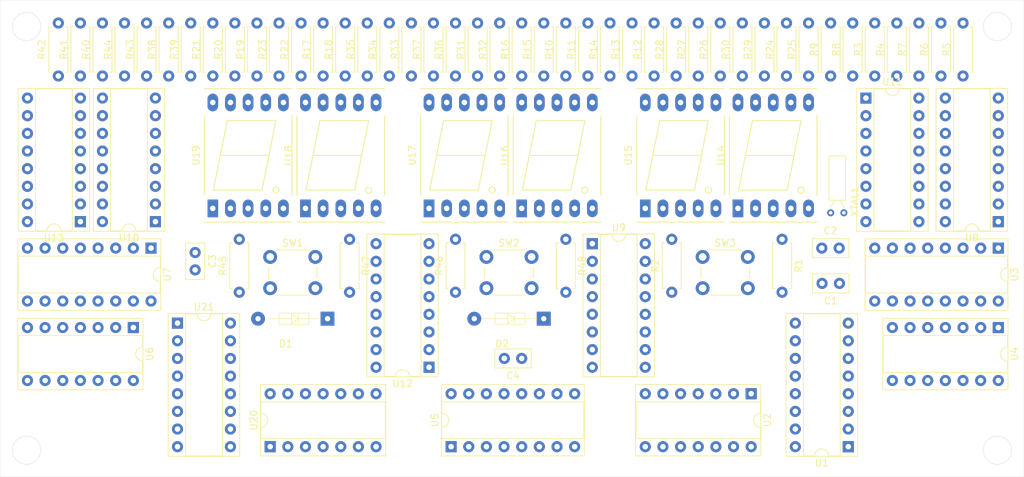
<source format=kicad_pcb>
(kicad_pcb (version 20171130) (host pcbnew "(5.1.2-1)-1")
  (title_block (title "24h Digital Clock") (date 2019-06-15) (rev v01) (comment 2 creativecommons.org/licenses/by/4.0/) (comment 3 "License: BY CC 4.0") (comment 4 "Author: Erik van Zijst"))
  (layers (0 F.Cu signal) (31 B.Cu signal) (34 B.Paste user) (35 F.Paste user) (36 B.SilkS user) (37 F.SilkS user) (38 B.Mask user) (39 F.Mask user) (44 Edge.Cuts user))
  (net 0 "")
  (net 1 GND)
  (net 2 "Net-(C1-Pad2)")
  (net 3 "Net-(C2-Pad1)")
  (net 4 "Net-(R1-Pad2)")
  (net 5 "Net-(R3-Pad2)")
  (net 6 "Net-(R3-Pad1)")
  (net 7 "Net-(R4-Pad1)")
  (net 8 "Net-(R4-Pad2)")
  (net 9 "Net-(R5-Pad1)")
  (net 10 "Net-(R5-Pad2)")
  (net 11 "Net-(R6-Pad2)")
  (net 12 "Net-(R6-Pad1)")
  (net 13 "Net-(R7-Pad1)")
  (net 14 "Net-(R7-Pad2)")
  (net 15 "Net-(R8-Pad2)")
  (net 16 "Net-(R8-Pad1)")
  (net 17 "Net-(R9-Pad1)")
  (net 18 "Net-(R9-Pad2)")
  (net 19 "Net-(R10-Pad2)")
  (net 20 "Net-(R10-Pad1)")
  (net 21 "Net-(R11-Pad1)")
  (net 22 "Net-(R11-Pad2)")
  (net 23 "Net-(R12-Pad2)")
  (net 24 "Net-(R12-Pad1)")
  (net 25 "Net-(R13-Pad1)")
  (net 26 "Net-(R13-Pad2)")
  (net 27 "Net-(R14-Pad2)")
  (net 28 "Net-(R14-Pad1)")
  (net 29 "Net-(R15-Pad1)")
  (net 30 "Net-(R15-Pad2)")
  (net 31 "Net-(R16-Pad2)")
  (net 32 "Net-(R16-Pad1)")
  (net 33 "Net-(R17-Pad2)")
  (net 34 "Net-(R17-Pad1)")
  (net 35 "Net-(R18-Pad1)")
  (net 36 "Net-(R18-Pad2)")
  (net 37 "Net-(R19-Pad2)")
  (net 38 "Net-(R19-Pad1)")
  (net 39 "Net-(R20-Pad1)")
  (net 40 "Net-(R20-Pad2)")
  (net 41 "Net-(R21-Pad2)")
  (net 42 "Net-(R21-Pad1)")
  (net 43 "Net-(R22-Pad1)")
  (net 44 "Net-(R22-Pad2)")
  (net 45 "Net-(R23-Pad2)")
  (net 46 "Net-(R23-Pad1)")
  (net 47 "Net-(R24-Pad2)")
  (net 48 "Net-(R24-Pad1)")
  (net 49 "Net-(R25-Pad1)")
  (net 50 "Net-(R25-Pad2)")
  (net 51 "Net-(R26-Pad2)")
  (net 52 "Net-(R26-Pad1)")
  (net 53 "Net-(R27-Pad1)")
  (net 54 "Net-(R27-Pad2)")
  (net 55 "Net-(R28-Pad2)")
  (net 56 "Net-(R28-Pad1)")
  (net 57 "Net-(R29-Pad1)")
  (net 58 "Net-(R29-Pad2)")
  (net 59 "Net-(R30-Pad2)")
  (net 60 "Net-(R30-Pad1)")
  (net 61 "Net-(R31-Pad1)")
  (net 62 "Net-(R31-Pad2)")
  (net 63 "Net-(R32-Pad2)")
  (net 64 "Net-(R32-Pad1)")
  (net 65 "Net-(R33-Pad1)")
  (net 66 "Net-(R33-Pad2)")
  (net 67 "Net-(R34-Pad2)")
  (net 68 "Net-(R34-Pad1)")
  (net 69 "Net-(R35-Pad1)")
  (net 70 "Net-(R35-Pad2)")
  (net 71 "Net-(R36-Pad2)")
  (net 72 "Net-(R36-Pad1)")
  (net 73 "Net-(R37-Pad2)")
  (net 74 "Net-(R37-Pad1)")
  (net 75 "Net-(R38-Pad1)")
  (net 76 "Net-(R38-Pad2)")
  (net 77 "Net-(R39-Pad2)")
  (net 78 "Net-(R39-Pad1)")
  (net 79 "Net-(R40-Pad2)")
  (net 80 "Net-(R40-Pad1)")
  (net 81 "Net-(R41-Pad1)")
  (net 82 "Net-(R41-Pad2)")
  (net 83 "Net-(R42-Pad2)")
  (net 84 "Net-(R42-Pad1)")
  (net 85 "Net-(R43-Pad1)")
  (net 86 "Net-(R43-Pad2)")
  (net 87 "Net-(R44-Pad1)")
  (net 88 "Net-(R44-Pad2)")
  (net 89 "Net-(U1-Pad9)")
  (net 90 VCC)
  (net 91 "Net-(U1-Pad15)")
  (net 92 "Net-(U1-Pad14)")
  (net 93 "Net-(U1-Pad13)")
  (net 94 "Net-(U1-Pad7)")
  (net 95 "Net-(U1-Pad6)")
  (net 96 "Net-(U1-Pad5)")
  (net 97 "Net-(U1-Pad4)")
  (net 98 "Net-(U1-Pad3)")
  (net 99 "Net-(U1-Pad2)")
  (net 100 "Net-(U1-Pad1)")
  (net 101 "Net-(U2-Pad13)")
  (net 102 "Net-(U2-Pad12)")
  (net 103 "Net-(U2-Pad11)")
  (net 104 "Net-(U2-Pad10)")
  (net 105 "Net-(U2-Pad9)")
  (net 106 "Net-(U2-Pad8)")
  (net 107 "Net-(U2-Pad2)")
  (net 108 "Net-(U2-Pad5)")
  (net 109 "Net-(U3-Pad3)")
  (net 110 "Net-(U3-Pad5)")
  (net 111 "Net-(U3-Pad6)")
  (net 112 "Net-(U3-Pad7)")
  (net 113 "Net-(U11-Pad2)")
  (net 114 "Net-(U11-Pad1)")
  (net 115 "Net-(U11-Pad7)")
  (net 116 "Net-(U3-Pad15)")
  (net 117 "Net-(U11-Pad6)")
  (net 118 "Net-(U4-Pad8)")
  (net 119 "Net-(U4-Pad9)")
  (net 120 "Net-(U4-Pad10)")
  (net 121 "Net-(U12-Pad1)")
  (net 122 "Net-(U12-Pad2)")
  (net 123 "Net-(U12-Pad6)")
  (net 124 "Net-(U12-Pad7)")
  (net 125 "Net-(U5-Pad6)")
  (net 126 "Net-(U5-Pad5)")
  (net 127 "Net-(U13-Pad1)")
  (net 128 "Net-(U10-Pad2)")
  (net 129 "Net-(U6-Pad3)")
  (net 130 "Net-(U10-Pad7)")
  (net 131 "Net-(U10-Pad6)")
  (net 132 "Net-(U6-Pad6)")
  (net 133 "Net-(U6-Pad8)")
  (net 134 "Net-(U6-Pad11)")
  (net 135 "Net-(U10-Pad1)")
  (net 136 "Net-(U7-Pad10)")
  (net 137 "Net-(U13-Pad7)")
  (net 138 "Net-(U7-Pad9)")
  (net 139 "Net-(U14-Pad5)")
  (net 140 "Net-(U15-Pad5)")
  (net 141 "Net-(U16-Pad5)")
  (net 142 "Net-(U17-Pad5)")
  (net 143 "Net-(U18-Pad5)")
  (net 144 "Net-(U19-Pad5)")
  (net 145 "Net-(C3-Pad2)")
  (net 146 "Net-(C4-Pad2)")
  (net 147 "Net-(D1-Pad1)")
  (net 148 "Net-(D2-Pad1)")
  (net 149 "Net-(SW3-Pad2)")
  (net 150 "Net-(U20-Pad5)")
  (net 151 "Net-(U20-Pad3)")
  (net 152 "Net-(U21-Pad4)")
  (net 153 "Net-(U21-Pad7)")
  (net 154 "Net-(U20-Pad8)")
  (net 155 "Net-(U20-Pad2)")
  (net 156 "Net-(U20-Pad10)")
  (net 157 "Net-(U20-Pad4)")
  (net 158 "Net-(U20-Pad12)")
  (net 159 "Net-(U20-Pad6)")
  (net 160 "Net-(U21-Pad9)")
  (net 161 "Net-(U21-Pad12)")
  (module Resistor_THT:R_Axial_DIN0207_L6.3mm_D2.5mm_P7.62mm_Horizontal (layer F.Cu) (at 239.522 92.837 270)
    (fp_text reference R1 (at 3.81 -2.37 90) (layer F.SilkS))
    (fp_text value 470k)
    (pad 2 thru_hole oval (at 7.62 0 270) (size 1.6 1.6) (drill 0.8) (layers *.Cu *.Mask) (net 4 "Net-(R1-Pad2)"))
    (pad 1 thru_hole circle (at 0 0 270) (size 1.6 1.6) (drill 0.8) (layers *.Cu *.Mask) (net 2 "Net-(C1-Pad2)"))
  )
  (module Resistor_THT:R_Axial_DIN0207_L6.3mm_D2.5mm_P7.62mm_Horizontal (layer F.Cu) (at 223.647 100.457 90)
    (fp_text reference R2 (at 3.81 -2.37 90) (layer F.SilkS))
    (fp_text value 10M)
    (pad 2 thru_hole oval (at 7.62 0 90) (size 1.6 1.6) (drill 0.8) (layers *.Cu *.Mask) (net 3 "Net-(C2-Pad1)"))
    (pad 1 thru_hole circle (at 0 0 90) (size 1.6 1.6) (drill 0.8) (layers *.Cu *.Mask) (net 4 "Net-(R1-Pad2)"))
  )
  (module Resistor_THT:R_Axial_DIN0207_L6.3mm_D2.5mm_P7.62mm_Horizontal (layer F.Cu) (at 252.857 69.342 90)
    (fp_text reference R3 (at 3.81 -2.37 90) (layer F.SilkS))
    (fp_text value 1K)
    (pad 1 thru_hole circle (at 0 0 90) (size 1.6 1.6) (drill 0.8) (layers *.Cu *.Mask) (net 6 "Net-(R3-Pad1)"))
    (pad 2 thru_hole oval (at 7.62 0 90) (size 1.6 1.6) (drill 0.8) (layers *.Cu *.Mask) (net 5 "Net-(R3-Pad2)"))
  )
  (module Resistor_THT:R_Axial_DIN0207_L6.3mm_D2.5mm_P7.62mm_Horizontal (layer F.Cu) (at 256.032 69.342 90)
    (fp_text reference R4 (at 3.81 -2.37 90) (layer F.SilkS))
    (fp_text value 1K)
    (pad 2 thru_hole oval (at 7.62 0 90) (size 1.6 1.6) (drill 0.8) (layers *.Cu *.Mask) (net 8 "Net-(R4-Pad2)"))
    (pad 1 thru_hole circle (at 0 0 90) (size 1.6 1.6) (drill 0.8) (layers *.Cu *.Mask) (net 7 "Net-(R4-Pad1)"))
  )
  (module Resistor_THT:R_Axial_DIN0207_L6.3mm_D2.5mm_P7.62mm_Horizontal (layer F.Cu) (at 265.557 69.342 90)
    (fp_text reference R5 (at 3.81 -2.37 90) (layer F.SilkS))
    (fp_text value 1K)
    (pad 2 thru_hole oval (at 7.62 0 90) (size 1.6 1.6) (drill 0.8) (layers *.Cu *.Mask) (net 10 "Net-(R5-Pad2)"))
    (pad 1 thru_hole circle (at 0 0 90) (size 1.6 1.6) (drill 0.8) (layers *.Cu *.Mask) (net 9 "Net-(R5-Pad1)"))
  )
  (module Resistor_THT:R_Axial_DIN0207_L6.3mm_D2.5mm_P7.62mm_Horizontal (layer F.Cu) (at 262.382 69.342 90)
    (fp_text reference R6 (at 3.81 -2.37 90) (layer F.SilkS))
    (fp_text value 1K)
    (pad 2 thru_hole oval (at 7.62 0 90) (size 1.6 1.6) (drill 0.8) (layers *.Cu *.Mask) (net 11 "Net-(R6-Pad2)"))
    (pad 1 thru_hole circle (at 0 0 90) (size 1.6 1.6) (drill 0.8) (layers *.Cu *.Mask) (net 12 "Net-(R6-Pad1)"))
  )
  (module Resistor_THT:R_Axial_DIN0207_L6.3mm_D2.5mm_P7.62mm_Horizontal (layer F.Cu) (at 259.207 69.342 90)
    (fp_text reference R7 (at 3.81 -2.37 90) (layer F.SilkS))
    (fp_text value 1K)
    (pad 2 thru_hole oval (at 7.62 0 90) (size 1.6 1.6) (drill 0.8) (layers *.Cu *.Mask) (net 14 "Net-(R7-Pad2)"))
    (pad 1 thru_hole circle (at 0 0 90) (size 1.6 1.6) (drill 0.8) (layers *.Cu *.Mask) (net 13 "Net-(R7-Pad1)"))
  )
  (module Resistor_THT:R_Axial_DIN0207_L6.3mm_D2.5mm_P7.62mm_Horizontal (layer F.Cu) (at 249.682 69.342 90)
    (fp_text reference R8 (at 3.81 -2.37 90) (layer F.SilkS))
    (fp_text value 1K)
    (pad 1 thru_hole circle (at 0 0 90) (size 1.6 1.6) (drill 0.8) (layers *.Cu *.Mask) (net 16 "Net-(R8-Pad1)"))
    (pad 2 thru_hole oval (at 7.62 0 90) (size 1.6 1.6) (drill 0.8) (layers *.Cu *.Mask) (net 15 "Net-(R8-Pad2)"))
  )
  (module Resistor_THT:R_Axial_DIN0207_L6.3mm_D2.5mm_P7.62mm_Horizontal (layer F.Cu) (at 246.507 69.342 90)
    (fp_text reference R9 (at 3.81 -2.37 90) (layer F.SilkS))
    (fp_text value 1K)
    (pad 2 thru_hole oval (at 7.62 0 90) (size 1.6 1.6) (drill 0.8) (layers *.Cu *.Mask) (net 18 "Net-(R9-Pad2)"))
    (pad 1 thru_hole circle (at 0 0 90) (size 1.6 1.6) (drill 0.8) (layers *.Cu *.Mask) (net 17 "Net-(R9-Pad1)"))
  )
  (module Resistor_THT:R_Axial_DIN0207_L6.3mm_D2.5mm_P7.62mm_Horizontal (layer F.Cu) (at 208.407 69.342 90)
    (fp_text reference R10 (at 3.81 -2.37 90) (layer F.SilkS))
    (fp_text value 1K)
    (pad 1 thru_hole circle (at 0 0 90) (size 1.6 1.6) (drill 0.8) (layers *.Cu *.Mask) (net 20 "Net-(R10-Pad1)"))
    (pad 2 thru_hole oval (at 7.62 0 90) (size 1.6 1.6) (drill 0.8) (layers *.Cu *.Mask) (net 19 "Net-(R10-Pad2)"))
  )
  (module Resistor_THT:R_Axial_DIN0207_L6.3mm_D2.5mm_P7.62mm_Horizontal (layer F.Cu) (at 211.582 69.342 90)
    (fp_text reference R11 (at 3.81 -2.37 90) (layer F.SilkS))
    (fp_text value 1K)
    (pad 2 thru_hole oval (at 7.62 0 90) (size 1.6 1.6) (drill 0.8) (layers *.Cu *.Mask) (net 22 "Net-(R11-Pad2)"))
    (pad 1 thru_hole circle (at 0 0 90) (size 1.6 1.6) (drill 0.8) (layers *.Cu *.Mask) (net 21 "Net-(R11-Pad1)"))
  )
  (module Resistor_THT:R_Axial_DIN0207_L6.3mm_D2.5mm_P7.62mm_Horizontal (layer F.Cu) (at 221.107 69.342 90)
    (fp_text reference R12 (at 3.81 -2.37 90) (layer F.SilkS))
    (fp_text value 1K)
    (pad 1 thru_hole circle (at 0 0 90) (size 1.6 1.6) (drill 0.8) (layers *.Cu *.Mask) (net 24 "Net-(R12-Pad1)"))
    (pad 2 thru_hole oval (at 7.62 0 90) (size 1.6 1.6) (drill 0.8) (layers *.Cu *.Mask) (net 23 "Net-(R12-Pad2)"))
  )
  (module Resistor_THT:R_Axial_DIN0207_L6.3mm_D2.5mm_P7.62mm_Horizontal (layer F.Cu) (at 217.932 69.342 90)
    (fp_text reference R13 (at 3.81 -2.37 90) (layer F.SilkS))
    (fp_text value 1K)
    (pad 2 thru_hole oval (at 7.62 0 90) (size 1.6 1.6) (drill 0.8) (layers *.Cu *.Mask) (net 26 "Net-(R13-Pad2)"))
    (pad 1 thru_hole circle (at 0 0 90) (size 1.6 1.6) (drill 0.8) (layers *.Cu *.Mask) (net 25 "Net-(R13-Pad1)"))
  )
  (module Resistor_THT:R_Axial_DIN0207_L6.3mm_D2.5mm_P7.62mm_Horizontal (layer F.Cu) (at 214.757 69.342 90)
    (fp_text reference R14 (at 3.81 -2.37 90) (layer F.SilkS))
    (fp_text value 1K)
    (pad 1 thru_hole circle (at 0 0 90) (size 1.6 1.6) (drill 0.8) (layers *.Cu *.Mask) (net 28 "Net-(R14-Pad1)"))
    (pad 2 thru_hole oval (at 7.62 0 90) (size 1.6 1.6) (drill 0.8) (layers *.Cu *.Mask) (net 27 "Net-(R14-Pad2)"))
  )
  (module Resistor_THT:R_Axial_DIN0207_L6.3mm_D2.5mm_P7.62mm_Horizontal (layer F.Cu) (at 205.232 69.342 90)
    (fp_text reference R15 (at 3.81 -2.37 90) (layer F.SilkS))
    (fp_text value 1K)
    (pad 2 thru_hole oval (at 7.62 0 90) (size 1.6 1.6) (drill 0.8) (layers *.Cu *.Mask) (net 30 "Net-(R15-Pad2)"))
    (pad 1 thru_hole circle (at 0 0 90) (size 1.6 1.6) (drill 0.8) (layers *.Cu *.Mask) (net 29 "Net-(R15-Pad1)"))
  )
  (module Resistor_THT:R_Axial_DIN0207_L6.3mm_D2.5mm_P7.62mm_Horizontal (layer F.Cu) (at 202.057 69.342 90)
    (fp_text reference R16 (at 3.81 -2.37 90) (layer F.SilkS))
    (fp_text value 1K)
    (pad 1 thru_hole circle (at 0 0 90) (size 1.6 1.6) (drill 0.8) (layers *.Cu *.Mask) (net 32 "Net-(R16-Pad1)"))
    (pad 2 thru_hole oval (at 7.62 0 90) (size 1.6 1.6) (drill 0.8) (layers *.Cu *.Mask) (net 31 "Net-(R16-Pad2)"))
  )
  (module Resistor_THT:R_Axial_DIN0207_L6.3mm_D2.5mm_P7.62mm_Horizontal (layer F.Cu) (at 173.482 69.342 90)
    (fp_text reference R17 (at 3.81 -2.37 90) (layer F.SilkS))
    (fp_text value 1K)
    (pad 1 thru_hole circle (at 0 0 90) (size 1.6 1.6) (drill 0.8) (layers *.Cu *.Mask) (net 34 "Net-(R17-Pad1)"))
    (pad 2 thru_hole oval (at 7.62 0 90) (size 1.6 1.6) (drill 0.8) (layers *.Cu *.Mask) (net 33 "Net-(R17-Pad2)"))
  )
  (module Resistor_THT:R_Axial_DIN0207_L6.3mm_D2.5mm_P7.62mm_Horizontal (layer F.Cu) (at 176.657 69.342 90)
    (fp_text reference R18 (at 3.81 -2.37 90) (layer F.SilkS))
    (fp_text value 1K)
    (pad 2 thru_hole oval (at 7.62 0 90) (size 1.6 1.6) (drill 0.8) (layers *.Cu *.Mask) (net 36 "Net-(R18-Pad2)"))
    (pad 1 thru_hole circle (at 0 0 90) (size 1.6 1.6) (drill 0.8) (layers *.Cu *.Mask) (net 35 "Net-(R18-Pad1)"))
  )
  (module Resistor_THT:R_Axial_DIN0207_L6.3mm_D2.5mm_P7.62mm_Horizontal (layer F.Cu) (at 163.957 69.342 90)
    (fp_text reference R19 (at 3.81 -2.37 90) (layer F.SilkS))
    (fp_text value 1K)
    (pad 1 thru_hole circle (at 0 0 90) (size 1.6 1.6) (drill 0.8) (layers *.Cu *.Mask) (net 38 "Net-(R19-Pad1)"))
    (pad 2 thru_hole oval (at 7.62 0 90) (size 1.6 1.6) (drill 0.8) (layers *.Cu *.Mask) (net 37 "Net-(R19-Pad2)"))
  )
  (module Resistor_THT:R_Axial_DIN0207_L6.3mm_D2.5mm_P7.62mm_Horizontal (layer F.Cu) (at 160.782 69.342 90)
    (fp_text reference R20 (at 3.81 -2.37 90) (layer F.SilkS))
    (fp_text value 1K)
    (pad 2 thru_hole oval (at 7.62 0 90) (size 1.6 1.6) (drill 0.8) (layers *.Cu *.Mask) (net 40 "Net-(R20-Pad2)"))
    (pad 1 thru_hole circle (at 0 0 90) (size 1.6 1.6) (drill 0.8) (layers *.Cu *.Mask) (net 39 "Net-(R20-Pad1)"))
  )
  (module Resistor_THT:R_Axial_DIN0207_L6.3mm_D2.5mm_P7.62mm_Horizontal (layer F.Cu) (at 157.607 69.342 90)
    (fp_text reference R21 (at 3.81 -2.37 90) (layer F.SilkS))
    (fp_text value 1K)
    (pad 1 thru_hole circle (at 0 0 90) (size 1.6 1.6) (drill 0.8) (layers *.Cu *.Mask) (net 42 "Net-(R21-Pad1)"))
    (pad 2 thru_hole oval (at 7.62 0 90) (size 1.6 1.6) (drill 0.8) (layers *.Cu *.Mask) (net 41 "Net-(R21-Pad2)"))
  )
  (module Resistor_THT:R_Axial_DIN0207_L6.3mm_D2.5mm_P7.62mm_Horizontal (layer F.Cu) (at 170.307 69.342 90)
    (fp_text reference R22 (at 3.81 -2.37 90) (layer F.SilkS))
    (fp_text value 1K)
    (pad 2 thru_hole oval (at 7.62 0 90) (size 1.6 1.6) (drill 0.8) (layers *.Cu *.Mask) (net 44 "Net-(R22-Pad2)"))
    (pad 1 thru_hole circle (at 0 0 90) (size 1.6 1.6) (drill 0.8) (layers *.Cu *.Mask) (net 43 "Net-(R22-Pad1)"))
  )
  (module Resistor_THT:R_Axial_DIN0207_L6.3mm_D2.5mm_P7.62mm_Horizontal (layer F.Cu) (at 167.132 69.342 90)
    (fp_text reference R23 (at 3.81 -2.37 90) (layer F.SilkS))
    (fp_text value 1K)
    (pad 1 thru_hole circle (at 0 0 90) (size 1.6 1.6) (drill 0.8) (layers *.Cu *.Mask) (net 46 "Net-(R23-Pad1)"))
    (pad 2 thru_hole oval (at 7.62 0 90) (size 1.6 1.6) (drill 0.8) (layers *.Cu *.Mask) (net 45 "Net-(R23-Pad2)"))
  )
  (module Resistor_THT:R_Axial_DIN0207_L6.3mm_D2.5mm_P7.62mm_Horizontal (layer F.Cu) (at 240.157 69.342 90)
    (fp_text reference R24 (at 3.81 -2.37 90) (layer F.SilkS))
    (fp_text value 1K)
    (pad 1 thru_hole circle (at 0 0 90) (size 1.6 1.6) (drill 0.8) (layers *.Cu *.Mask) (net 48 "Net-(R24-Pad1)"))
    (pad 2 thru_hole oval (at 7.62 0 90) (size 1.6 1.6) (drill 0.8) (layers *.Cu *.Mask) (net 47 "Net-(R24-Pad2)"))
  )
  (module Resistor_THT:R_Axial_DIN0207_L6.3mm_D2.5mm_P7.62mm_Horizontal (layer F.Cu) (at 243.332 69.342 90)
    (fp_text reference R25 (at 3.81 -2.37 90) (layer F.SilkS))
    (fp_text value 1K)
    (pad 2 thru_hole oval (at 7.62 0 90) (size 1.6 1.6) (drill 0.8) (layers *.Cu *.Mask) (net 50 "Net-(R25-Pad2)"))
    (pad 1 thru_hole circle (at 0 0 90) (size 1.6 1.6) (drill 0.8) (layers *.Cu *.Mask) (net 49 "Net-(R25-Pad1)"))
  )
  (module Resistor_THT:R_Axial_DIN0207_L6.3mm_D2.5mm_P7.62mm_Horizontal (layer F.Cu) (at 230.632 69.342 90)
    (fp_text reference R26 (at 3.81 -2.37 90) (layer F.SilkS))
    (fp_text value 1K)
    (pad 1 thru_hole circle (at 0 0 90) (size 1.6 1.6) (drill 0.8) (layers *.Cu *.Mask) (net 52 "Net-(R26-Pad1)"))
    (pad 2 thru_hole oval (at 7.62 0 90) (size 1.6 1.6) (drill 0.8) (layers *.Cu *.Mask) (net 51 "Net-(R26-Pad2)"))
  )
  (module Resistor_THT:R_Axial_DIN0207_L6.3mm_D2.5mm_P7.62mm_Horizontal (layer F.Cu) (at 227.457 69.342 90)
    (fp_text reference R27 (at 3.81 -2.37 90) (layer F.SilkS))
    (fp_text value 1K)
    (pad 2 thru_hole oval (at 7.62 0 90) (size 1.6 1.6) (drill 0.8) (layers *.Cu *.Mask) (net 54 "Net-(R27-Pad2)"))
    (pad 1 thru_hole circle (at 0 0 90) (size 1.6 1.6) (drill 0.8) (layers *.Cu *.Mask) (net 53 "Net-(R27-Pad1)"))
  )
  (module Resistor_THT:R_Axial_DIN0207_L6.3mm_D2.5mm_P7.62mm_Horizontal (layer F.Cu) (at 224.282 69.342 90)
    (fp_text reference R28 (at 3.81 -2.37 90) (layer F.SilkS))
    (fp_text value 1K)
    (pad 1 thru_hole circle (at 0 0 90) (size 1.6 1.6) (drill 0.8) (layers *.Cu *.Mask) (net 56 "Net-(R28-Pad1)"))
    (pad 2 thru_hole oval (at 7.62 0 90) (size 1.6 1.6) (drill 0.8) (layers *.Cu *.Mask) (net 55 "Net-(R28-Pad2)"))
  )
  (module Resistor_THT:R_Axial_DIN0207_L6.3mm_D2.5mm_P7.62mm_Horizontal (layer F.Cu) (at 236.982 69.342 90)
    (fp_text reference R29 (at 3.81 -2.37 90) (layer F.SilkS))
    (fp_text value 1K)
    (pad 2 thru_hole oval (at 7.62 0 90) (size 1.6 1.6) (drill 0.8) (layers *.Cu *.Mask) (net 58 "Net-(R29-Pad2)"))
    (pad 1 thru_hole circle (at 0 0 90) (size 1.6 1.6) (drill 0.8) (layers *.Cu *.Mask) (net 57 "Net-(R29-Pad1)"))
  )
  (module Resistor_THT:R_Axial_DIN0207_L6.3mm_D2.5mm_P7.62mm_Horizontal (layer F.Cu) (at 233.807 69.342 90)
    (fp_text reference R30 (at 3.81 -2.37 90) (layer F.SilkS))
    (fp_text value 1K)
    (pad 1 thru_hole circle (at 0 0 90) (size 1.6 1.6) (drill 0.8) (layers *.Cu *.Mask) (net 60 "Net-(R30-Pad1)"))
    (pad 2 thru_hole oval (at 7.62 0 90) (size 1.6 1.6) (drill 0.8) (layers *.Cu *.Mask) (net 59 "Net-(R30-Pad2)"))
  )
  (module Resistor_THT:R_Axial_DIN0207_L6.3mm_D2.5mm_P7.62mm_Horizontal (layer F.Cu) (at 195.707 69.342 90)
    (fp_text reference R31 (at 3.81 -2.37 90) (layer F.SilkS))
    (fp_text value 1K)
    (pad 2 thru_hole oval (at 7.62 0 90) (size 1.6 1.6) (drill 0.8) (layers *.Cu *.Mask) (net 62 "Net-(R31-Pad2)"))
    (pad 1 thru_hole circle (at 0 0 90) (size 1.6 1.6) (drill 0.8) (layers *.Cu *.Mask) (net 61 "Net-(R31-Pad1)"))
  )
  (module Resistor_THT:R_Axial_DIN0207_L6.3mm_D2.5mm_P7.62mm_Horizontal (layer F.Cu) (at 198.882 69.342 90)
    (fp_text reference R32 (at 3.81 -2.37 90) (layer F.SilkS))
    (fp_text value 1K)
    (pad 1 thru_hole circle (at 0 0 90) (size 1.6 1.6) (drill 0.8) (layers *.Cu *.Mask) (net 64 "Net-(R32-Pad1)"))
    (pad 2 thru_hole oval (at 7.62 0 90) (size 1.6 1.6) (drill 0.8) (layers *.Cu *.Mask) (net 63 "Net-(R32-Pad2)"))
  )
  (module Resistor_THT:R_Axial_DIN0207_L6.3mm_D2.5mm_P7.62mm_Horizontal (layer F.Cu) (at 186.182 69.342 90)
    (fp_text reference R33 (at 3.81 -2.37 90) (layer F.SilkS))
    (fp_text value 1K)
    (pad 2 thru_hole oval (at 7.62 0 90) (size 1.6 1.6) (drill 0.8) (layers *.Cu *.Mask) (net 66 "Net-(R33-Pad2)"))
    (pad 1 thru_hole circle (at 0 0 90) (size 1.6 1.6) (drill 0.8) (layers *.Cu *.Mask) (net 65 "Net-(R33-Pad1)"))
  )
  (module Resistor_THT:R_Axial_DIN0207_L6.3mm_D2.5mm_P7.62mm_Horizontal (layer F.Cu) (at 183.007 69.342 90)
    (fp_text reference R34 (at 3.81 -2.37 90) (layer F.SilkS))
    (fp_text value 1K)
    (pad 1 thru_hole circle (at 0 0 90) (size 1.6 1.6) (drill 0.8) (layers *.Cu *.Mask) (net 68 "Net-(R34-Pad1)"))
    (pad 2 thru_hole oval (at 7.62 0 90) (size 1.6 1.6) (drill 0.8) (layers *.Cu *.Mask) (net 67 "Net-(R34-Pad2)"))
  )
  (module Resistor_THT:R_Axial_DIN0207_L6.3mm_D2.5mm_P7.62mm_Horizontal (layer F.Cu) (at 179.832 69.342 90)
    (fp_text reference R35 (at 3.81 -2.37 90) (layer F.SilkS))
    (fp_text value 1K)
    (pad 2 thru_hole oval (at 7.62 0 90) (size 1.6 1.6) (drill 0.8) (layers *.Cu *.Mask) (net 70 "Net-(R35-Pad2)"))
    (pad 1 thru_hole circle (at 0 0 90) (size 1.6 1.6) (drill 0.8) (layers *.Cu *.Mask) (net 69 "Net-(R35-Pad1)"))
  )
  (module Resistor_THT:R_Axial_DIN0207_L6.3mm_D2.5mm_P7.62mm_Horizontal (layer F.Cu) (at 192.532 69.342 90)
    (fp_text reference R36 (at 3.81 -2.37 90) (layer F.SilkS))
    (fp_text value 1K)
    (pad 1 thru_hole circle (at 0 0 90) (size 1.6 1.6) (drill 0.8) (layers *.Cu *.Mask) (net 72 "Net-(R36-Pad1)"))
    (pad 2 thru_hole oval (at 7.62 0 90) (size 1.6 1.6) (drill 0.8) (layers *.Cu *.Mask) (net 71 "Net-(R36-Pad2)"))
  )
  (module Resistor_THT:R_Axial_DIN0207_L6.3mm_D2.5mm_P7.62mm_Horizontal (layer F.Cu) (at 189.357 69.342 90)
    (fp_text reference R37 (at 3.81 -2.37 90) (layer F.SilkS))
    (fp_text value 1K)
    (pad 1 thru_hole circle (at 0 0 90) (size 1.6 1.6) (drill 0.8) (layers *.Cu *.Mask) (net 74 "Net-(R37-Pad1)"))
    (pad 2 thru_hole oval (at 7.62 0 90) (size 1.6 1.6) (drill 0.8) (layers *.Cu *.Mask) (net 73 "Net-(R37-Pad2)"))
  )
  (module Resistor_THT:R_Axial_DIN0207_L6.3mm_D2.5mm_P7.62mm_Horizontal (layer F.Cu) (at 151.257 69.342 90)
    (fp_text reference R38 (at 3.81 -2.37 90) (layer F.SilkS))
    (fp_text value 1K)
    (pad 2 thru_hole oval (at 7.62 0 90) (size 1.6 1.6) (drill 0.8) (layers *.Cu *.Mask) (net 76 "Net-(R38-Pad2)"))
    (pad 1 thru_hole circle (at 0 0 90) (size 1.6 1.6) (drill 0.8) (layers *.Cu *.Mask) (net 75 "Net-(R38-Pad1)"))
  )
  (module Resistor_THT:R_Axial_DIN0207_L6.3mm_D2.5mm_P7.62mm_Horizontal (layer F.Cu) (at 154.432 69.342 90)
    (fp_text reference R39 (at 3.81 -2.37 90) (layer F.SilkS))
    (fp_text value 1K)
    (pad 1 thru_hole circle (at 0 0 90) (size 1.6 1.6) (drill 0.8) (layers *.Cu *.Mask) (net 78 "Net-(R39-Pad1)"))
    (pad 2 thru_hole oval (at 7.62 0 90) (size 1.6 1.6) (drill 0.8) (layers *.Cu *.Mask) (net 77 "Net-(R39-Pad2)"))
  )
  (module Resistor_THT:R_Axial_DIN0207_L6.3mm_D2.5mm_P7.62mm_Horizontal (layer F.Cu) (at 141.732 69.342 90)
    (fp_text reference R40 (at 3.81 -2.37 90) (layer F.SilkS))
    (fp_text value 1K)
    (pad 1 thru_hole circle (at 0 0 90) (size 1.6 1.6) (drill 0.8) (layers *.Cu *.Mask) (net 80 "Net-(R40-Pad1)"))
    (pad 2 thru_hole oval (at 7.62 0 90) (size 1.6 1.6) (drill 0.8) (layers *.Cu *.Mask) (net 79 "Net-(R40-Pad2)"))
  )
  (module Resistor_THT:R_Axial_DIN0207_L6.3mm_D2.5mm_P7.62mm_Horizontal (layer F.Cu) (at 138.557 69.342 90)
    (fp_text reference R41 (at 3.81 -2.37 90) (layer F.SilkS))
    (fp_text value 1K)
    (pad 2 thru_hole oval (at 7.62 0 90) (size 1.6 1.6) (drill 0.8) (layers *.Cu *.Mask) (net 82 "Net-(R41-Pad2)"))
    (pad 1 thru_hole circle (at 0 0 90) (size 1.6 1.6) (drill 0.8) (layers *.Cu *.Mask) (net 81 "Net-(R41-Pad1)"))
  )
  (module Resistor_THT:R_Axial_DIN0207_L6.3mm_D2.5mm_P7.62mm_Horizontal (layer F.Cu) (at 135.382 69.342 90)
    (fp_text reference R42 (at 3.81 -2.37 90) (layer F.SilkS))
    (fp_text value 1K)
    (pad 1 thru_hole circle (at 0 0 90) (size 1.6 1.6) (drill 0.8) (layers *.Cu *.Mask) (net 84 "Net-(R42-Pad1)"))
    (pad 2 thru_hole oval (at 7.62 0 90) (size 1.6 1.6) (drill 0.8) (layers *.Cu *.Mask) (net 83 "Net-(R42-Pad2)"))
  )
  (module Resistor_THT:R_Axial_DIN0207_L6.3mm_D2.5mm_P7.62mm_Horizontal (layer F.Cu) (at 148.082 69.342 90)
    (fp_text reference R43 (at 3.81 -2.37 90) (layer F.SilkS))
    (fp_text value 1K)
    (pad 2 thru_hole oval (at 7.62 0 90) (size 1.6 1.6) (drill 0.8) (layers *.Cu *.Mask) (net 86 "Net-(R43-Pad2)"))
    (pad 1 thru_hole circle (at 0 0 90) (size 1.6 1.6) (drill 0.8) (layers *.Cu *.Mask) (net 85 "Net-(R43-Pad1)"))
  )
  (module Resistor_THT:R_Axial_DIN0207_L6.3mm_D2.5mm_P7.62mm_Horizontal (layer F.Cu) (at 144.907 69.342 90)
    (fp_text reference R44 (at 3.81 -2.37 90) (layer F.SilkS))
    (fp_text value 1K)
    (pad 2 thru_hole oval (at 7.62 0 90) (size 1.6 1.6) (drill 0.8) (layers *.Cu *.Mask) (net 88 "Net-(R44-Pad2)"))
    (pad 1 thru_hole circle (at 0 0 90) (size 1.6 1.6) (drill 0.8) (layers *.Cu *.Mask) (net 87 "Net-(R44-Pad1)"))
  )
  (module Display_7Segment:7SegmentLED_LTS6760_LTS6780 (layer F.Cu) (at 233.172 88.392 90)
    (fp_text reference U14 (at 7.62 -2.42 90) (layer F.SilkS))
    (fp_text value KCSC02-105)
    (pad 10 thru_hole oval (at 15.24 0) (size 1.524 2.524) (drill 0.8) (layers *.Cu *.Mask) (net 17 "Net-(R9-Pad1)"))
    (pad 9 thru_hole oval (at 15.24 2.54) (size 1.524 2.524) (drill 0.8) (layers *.Cu *.Mask) (net 16 "Net-(R8-Pad1)"))
    (pad 8 thru_hole oval (at 15.24 5.08) (size 1.524 2.524) (drill 0.8) (layers *.Cu *.Mask) (net 1 GND))
    (pad 7 thru_hole oval (at 15.24 7.62) (size 1.524 2.524) (drill 0.8) (layers *.Cu *.Mask) (net 6 "Net-(R3-Pad1)"))
    (pad 6 thru_hole oval (at 15.24 10.16) (size 1.524 2.524) (drill 0.8) (layers *.Cu *.Mask) (net 7 "Net-(R4-Pad1)"))
    (pad 5 thru_hole oval (at 0 10.16) (size 1.524 2.524) (drill 0.8) (layers *.Cu *.Mask) (net 139 "Net-(U14-Pad5)"))
    (pad 4 thru_hole oval (at 0 7.62) (size 1.524 2.524) (drill 0.8) (layers *.Cu *.Mask) (net 9 "Net-(R5-Pad1)"))
    (pad 3 thru_hole oval (at 0 5.08) (size 1.524 2.524) (drill 0.8) (layers *.Cu *.Mask) (net 1 GND))
    (pad 2 thru_hole oval (at 0 2.54) (size 1.524 2.524) (drill 0.8) (layers *.Cu *.Mask) (net 12 "Net-(R6-Pad1)"))
    (pad 1 thru_hole rect (at 0 0) (size 1.524 2.524) (drill 0.8) (layers *.Cu *.Mask) (net 13 "Net-(R7-Pad1)"))
  )
  (module Display_7Segment:7SegmentLED_LTS6760_LTS6780 (layer F.Cu) (at 219.837 88.392 90)
    (fp_text reference U15 (at 7.62 -2.42 90) (layer F.SilkS))
    (fp_text value KCSC02-105)
    (pad 1 thru_hole rect (at 0 0) (size 1.524 2.524) (drill 0.8) (layers *.Cu *.Mask) (net 56 "Net-(R28-Pad1)"))
    (pad 2 thru_hole oval (at 0 2.54) (size 1.524 2.524) (drill 0.8) (layers *.Cu *.Mask) (net 53 "Net-(R27-Pad1)"))
    (pad 3 thru_hole oval (at 0 5.08) (size 1.524 2.524) (drill 0.8) (layers *.Cu *.Mask) (net 1 GND))
    (pad 4 thru_hole oval (at 0 7.62) (size 1.524 2.524) (drill 0.8) (layers *.Cu *.Mask) (net 52 "Net-(R26-Pad1)"))
    (pad 5 thru_hole oval (at 0 10.16) (size 1.524 2.524) (drill 0.8) (layers *.Cu *.Mask) (net 140 "Net-(U15-Pad5)"))
    (pad 6 thru_hole oval (at 15.24 10.16) (size 1.524 2.524) (drill 0.8) (layers *.Cu *.Mask) (net 49 "Net-(R25-Pad1)"))
    (pad 7 thru_hole oval (at 15.24 7.62) (size 1.524 2.524) (drill 0.8) (layers *.Cu *.Mask) (net 48 "Net-(R24-Pad1)"))
    (pad 8 thru_hole oval (at 15.24 5.08) (size 1.524 2.524) (drill 0.8) (layers *.Cu *.Mask) (net 1 GND))
    (pad 9 thru_hole oval (at 15.24 2.54) (size 1.524 2.524) (drill 0.8) (layers *.Cu *.Mask) (net 57 "Net-(R29-Pad1)"))
    (pad 10 thru_hole oval (at 15.24 0) (size 1.524 2.524) (drill 0.8) (layers *.Cu *.Mask) (net 60 "Net-(R30-Pad1)"))
  )
  (module Display_7Segment:7SegmentLED_LTS6760_LTS6780 (layer F.Cu) (at 202.057 88.392 90)
    (fp_text reference U16 (at 7.62 -2.42 90) (layer F.SilkS))
    (fp_text value KCSC02-105)
    (pad 10 thru_hole oval (at 15.24 0) (size 1.524 2.524) (drill 0.8) (layers *.Cu *.Mask) (net 32 "Net-(R16-Pad1)"))
    (pad 9 thru_hole oval (at 15.24 2.54) (size 1.524 2.524) (drill 0.8) (layers *.Cu *.Mask) (net 29 "Net-(R15-Pad1)"))
    (pad 8 thru_hole oval (at 15.24 5.08) (size 1.524 2.524) (drill 0.8) (layers *.Cu *.Mask) (net 1 GND))
    (pad 7 thru_hole oval (at 15.24 7.62) (size 1.524 2.524) (drill 0.8) (layers *.Cu *.Mask) (net 20 "Net-(R10-Pad1)"))
    (pad 6 thru_hole oval (at 15.24 10.16) (size 1.524 2.524) (drill 0.8) (layers *.Cu *.Mask) (net 21 "Net-(R11-Pad1)"))
    (pad 5 thru_hole oval (at 0 10.16) (size 1.524 2.524) (drill 0.8) (layers *.Cu *.Mask) (net 141 "Net-(U16-Pad5)"))
    (pad 4 thru_hole oval (at 0 7.62) (size 1.524 2.524) (drill 0.8) (layers *.Cu *.Mask) (net 24 "Net-(R12-Pad1)"))
    (pad 3 thru_hole oval (at 0 5.08) (size 1.524 2.524) (drill 0.8) (layers *.Cu *.Mask) (net 1 GND))
    (pad 2 thru_hole oval (at 0 2.54) (size 1.524 2.524) (drill 0.8) (layers *.Cu *.Mask) (net 25 "Net-(R13-Pad1)"))
    (pad 1 thru_hole rect (at 0 0) (size 1.524 2.524) (drill 0.8) (layers *.Cu *.Mask) (net 28 "Net-(R14-Pad1)"))
  )
  (module Display_7Segment:7SegmentLED_LTS6760_LTS6780 (layer F.Cu) (at 188.722 88.392 90)
    (fp_text reference U17 (at 7.62 -2.42 90) (layer F.SilkS))
    (fp_text value KCSC02-105)
    (pad 1 thru_hole rect (at 0 0) (size 1.524 2.524) (drill 0.8) (layers *.Cu *.Mask) (net 69 "Net-(R35-Pad1)"))
    (pad 2 thru_hole oval (at 0 2.54) (size 1.524 2.524) (drill 0.8) (layers *.Cu *.Mask) (net 68 "Net-(R34-Pad1)"))
    (pad 3 thru_hole oval (at 0 5.08) (size 1.524 2.524) (drill 0.8) (layers *.Cu *.Mask) (net 1 GND))
    (pad 4 thru_hole oval (at 0 7.62) (size 1.524 2.524) (drill 0.8) (layers *.Cu *.Mask) (net 65 "Net-(R33-Pad1)"))
    (pad 5 thru_hole oval (at 0 10.16) (size 1.524 2.524) (drill 0.8) (layers *.Cu *.Mask) (net 142 "Net-(U17-Pad5)"))
    (pad 6 thru_hole oval (at 15.24 10.16) (size 1.524 2.524) (drill 0.8) (layers *.Cu *.Mask) (net 64 "Net-(R32-Pad1)"))
    (pad 7 thru_hole oval (at 15.24 7.62) (size 1.524 2.524) (drill 0.8) (layers *.Cu *.Mask) (net 61 "Net-(R31-Pad1)"))
    (pad 8 thru_hole oval (at 15.24 5.08) (size 1.524 2.524) (drill 0.8) (layers *.Cu *.Mask) (net 1 GND))
    (pad 9 thru_hole oval (at 15.24 2.54) (size 1.524 2.524) (drill 0.8) (layers *.Cu *.Mask) (net 72 "Net-(R36-Pad1)"))
    (pad 10 thru_hole oval (at 15.24 0) (size 1.524 2.524) (drill 0.8) (layers *.Cu *.Mask) (net 74 "Net-(R37-Pad1)"))
  )
  (module Display_7Segment:7SegmentLED_LTS6760_LTS6780 (layer F.Cu) (at 170.942 88.392 90)
    (fp_text reference U18 (at 7.62 -2.42 90) (layer F.SilkS))
    (fp_text value KCSC02-105)
    (pad 1 thru_hole rect (at 0 0) (size 1.524 2.524) (drill 0.8) (layers *.Cu *.Mask) (net 42 "Net-(R21-Pad1)"))
    (pad 2 thru_hole oval (at 0 2.54) (size 1.524 2.524) (drill 0.8) (layers *.Cu *.Mask) (net 39 "Net-(R20-Pad1)"))
    (pad 3 thru_hole oval (at 0 5.08) (size 1.524 2.524) (drill 0.8) (layers *.Cu *.Mask) (net 1 GND))
    (pad 4 thru_hole oval (at 0 7.62) (size 1.524 2.524) (drill 0.8) (layers *.Cu *.Mask) (net 38 "Net-(R19-Pad1)"))
    (pad 5 thru_hole oval (at 0 10.16) (size 1.524 2.524) (drill 0.8) (layers *.Cu *.Mask) (net 143 "Net-(U18-Pad5)"))
    (pad 6 thru_hole oval (at 15.24 10.16) (size 1.524 2.524) (drill 0.8) (layers *.Cu *.Mask) (net 35 "Net-(R18-Pad1)"))
    (pad 7 thru_hole oval (at 15.24 7.62) (size 1.524 2.524) (drill 0.8) (layers *.Cu *.Mask) (net 34 "Net-(R17-Pad1)"))
    (pad 8 thru_hole oval (at 15.24 5.08) (size 1.524 2.524) (drill 0.8) (layers *.Cu *.Mask) (net 1 GND))
    (pad 9 thru_hole oval (at 15.24 2.54) (size 1.524 2.524) (drill 0.8) (layers *.Cu *.Mask) (net 43 "Net-(R22-Pad1)"))
    (pad 10 thru_hole oval (at 15.24 0) (size 1.524 2.524) (drill 0.8) (layers *.Cu *.Mask) (net 46 "Net-(R23-Pad1)"))
  )
  (module Display_7Segment:7SegmentLED_LTS6760_LTS6780 (layer F.Cu) (at 157.607 88.392 90)
    (fp_text reference U19 (at 7.62 -2.42 90) (layer F.SilkS))
    (fp_text value KCSC02-105)
    (pad 10 thru_hole oval (at 15.24 0) (size 1.524 2.524) (drill 0.8) (layers *.Cu *.Mask) (net 87 "Net-(R44-Pad1)"))
    (pad 9 thru_hole oval (at 15.24 2.54) (size 1.524 2.524) (drill 0.8) (layers *.Cu *.Mask) (net 85 "Net-(R43-Pad1)"))
    (pad 8 thru_hole oval (at 15.24 5.08) (size 1.524 2.524) (drill 0.8) (layers *.Cu *.Mask) (net 1 GND))
    (pad 7 thru_hole oval (at 15.24 7.62) (size 1.524 2.524) (drill 0.8) (layers *.Cu *.Mask) (net 75 "Net-(R38-Pad1)"))
    (pad 6 thru_hole oval (at 15.24 10.16) (size 1.524 2.524) (drill 0.8) (layers *.Cu *.Mask) (net 78 "Net-(R39-Pad1)"))
    (pad 5 thru_hole oval (at 0 10.16) (size 1.524 2.524) (drill 0.8) (layers *.Cu *.Mask) (net 144 "Net-(U19-Pad5)"))
    (pad 4 thru_hole oval (at 0 7.62) (size 1.524 2.524) (drill 0.8) (layers *.Cu *.Mask) (net 80 "Net-(R40-Pad1)"))
    (pad 3 thru_hole oval (at 0 5.08) (size 1.524 2.524) (drill 0.8) (layers *.Cu *.Mask) (net 1 GND))
    (pad 2 thru_hole oval (at 0 2.54) (size 1.524 2.524) (drill 0.8) (layers *.Cu *.Mask) (net 81 "Net-(R41-Pad1)"))
    (pad 1 thru_hole rect (at 0 0) (size 1.524 2.524) (drill 0.8) (layers *.Cu *.Mask) (net 84 "Net-(R42-Pad1)"))
  )
  (module Crystal:Crystal_DS26_D2.0mm_L6.0mm_Horizontal (layer F.Cu) (at 248.412 89.027 180)
    (fp_text reference XTAL1 (at -1.57 1.625 90) (layer F.SilkS))
    (fp_text value ECS-_327-12_5-34B-TR)
    (pad 2 thru_hole circle (at 1.9 0 180) (size 1 1) (drill 0.5) (layers *.Cu *.Mask) (net 2 "Net-(C1-Pad2)"))
    (pad 1 thru_hole circle (at 0 0 180) (size 1 1) (drill 0.5) (layers *.Cu *.Mask) (net 3 "Net-(C2-Pad1)"))
  )
  (module Package_DIP:DIP-16_W7.62mm_Socket (layer F.Cu) (at 249.047 122.682 180)
    (fp_text reference U1 (at 3.81 -2.33) (layer F.SilkS))
    (fp_text value 74HC4060)
    (pad 16 thru_hole oval (at 7.62 0 180) (size 1.6 1.6) (drill 0.8) (layers *.Cu *.Mask) (net 90 VCC))
    (pad 8 thru_hole oval (at 0 17.78 180) (size 1.6 1.6) (drill 0.8) (layers *.Cu *.Mask) (net 1 GND))
    (pad 15 thru_hole oval (at 7.62 2.54 180) (size 1.6 1.6) (drill 0.8) (layers *.Cu *.Mask) (net 91 "Net-(U1-Pad15)"))
    (pad 7 thru_hole oval (at 0 15.24 180) (size 1.6 1.6) (drill 0.8) (layers *.Cu *.Mask) (net 94 "Net-(U1-Pad7)"))
    (pad 14 thru_hole oval (at 7.62 5.08 180) (size 1.6 1.6) (drill 0.8) (layers *.Cu *.Mask) (net 92 "Net-(U1-Pad14)"))
    (pad 6 thru_hole oval (at 0 12.7 180) (size 1.6 1.6) (drill 0.8) (layers *.Cu *.Mask) (net 95 "Net-(U1-Pad6)"))
    (pad 13 thru_hole oval (at 7.62 7.62 180) (size 1.6 1.6) (drill 0.8) (layers *.Cu *.Mask) (net 93 "Net-(U1-Pad13)"))
    (pad 5 thru_hole oval (at 0 10.16 180) (size 1.6 1.6) (drill 0.8) (layers *.Cu *.Mask) (net 96 "Net-(U1-Pad5)"))
    (pad 12 thru_hole oval (at 7.62 10.16 180) (size 1.6 1.6) (drill 0.8) (layers *.Cu *.Mask) (net 1 GND))
    (pad 4 thru_hole oval (at 0 7.62 180) (size 1.6 1.6) (drill 0.8) (layers *.Cu *.Mask) (net 97 "Net-(U1-Pad4)"))
    (pad 11 thru_hole oval (at 7.62 12.7 180) (size 1.6 1.6) (drill 0.8) (layers *.Cu *.Mask) (net 3 "Net-(C2-Pad1)"))
    (pad 3 thru_hole oval (at 0 5.08 180) (size 1.6 1.6) (drill 0.8) (layers *.Cu *.Mask) (net 98 "Net-(U1-Pad3)"))
    (pad 10 thru_hole oval (at 7.62 15.24 180) (size 1.6 1.6) (drill 0.8) (layers *.Cu *.Mask) (net 4 "Net-(R1-Pad2)"))
    (pad 2 thru_hole oval (at 0 2.54 180) (size 1.6 1.6) (drill 0.8) (layers *.Cu *.Mask) (net 99 "Net-(U1-Pad2)"))
    (pad 9 thru_hole oval (at 7.62 17.78 180) (size 1.6 1.6) (drill 0.8) (layers *.Cu *.Mask) (net 89 "Net-(U1-Pad9)"))
    (pad 1 thru_hole rect (at 0 0 180) (size 1.6 1.6) (drill 0.8) (layers *.Cu *.Mask) (net 100 "Net-(U1-Pad1)"))
  )
  (module Package_DIP:DIP-14_W7.62mm_Socket (layer F.Cu) (at 235.077 115.062 270)
    (fp_text reference U2 (at 3.81 -2.33 90) (layer F.SilkS))
    (fp_text value SN74HC74N)
    (pad 14 thru_hole oval (at 7.62 0 270) (size 1.6 1.6) (drill 0.8) (layers *.Cu *.Mask) (net 90 VCC))
    (pad 7 thru_hole oval (at 0 15.24 270) (size 1.6 1.6) (drill 0.8) (layers *.Cu *.Mask) (net 1 GND))
    (pad 13 thru_hole oval (at 7.62 2.54 270) (size 1.6 1.6) (drill 0.8) (layers *.Cu *.Mask) (net 101 "Net-(U2-Pad13)"))
    (pad 6 thru_hole oval (at 0 12.7 270) (size 1.6 1.6) (drill 0.8) (layers *.Cu *.Mask) (net 107 "Net-(U2-Pad2)"))
    (pad 12 thru_hole oval (at 7.62 5.08 270) (size 1.6 1.6) (drill 0.8) (layers *.Cu *.Mask) (net 102 "Net-(U2-Pad12)"))
    (pad 5 thru_hole oval (at 0 10.16 270) (size 1.6 1.6) (drill 0.8) (layers *.Cu *.Mask) (net 108 "Net-(U2-Pad5)"))
    (pad 11 thru_hole oval (at 7.62 7.62 270) (size 1.6 1.6) (drill 0.8) (layers *.Cu *.Mask) (net 103 "Net-(U2-Pad11)"))
    (pad 4 thru_hole oval (at 0 7.62 270) (size 1.6 1.6) (drill 0.8) (layers *.Cu *.Mask) (net 90 VCC))
    (pad 10 thru_hole oval (at 7.62 10.16 270) (size 1.6 1.6) (drill 0.8) (layers *.Cu *.Mask) (net 104 "Net-(U2-Pad10)"))
    (pad 3 thru_hole oval (at 0 5.08 270) (size 1.6 1.6) (drill 0.8) (layers *.Cu *.Mask) (net 98 "Net-(U1-Pad3)"))
    (pad 9 thru_hole oval (at 7.62 12.7 270) (size 1.6 1.6) (drill 0.8) (layers *.Cu *.Mask) (net 105 "Net-(U2-Pad9)"))
    (pad 2 thru_hole oval (at 0 2.54 270) (size 1.6 1.6) (drill 0.8) (layers *.Cu *.Mask) (net 107 "Net-(U2-Pad2)"))
    (pad 8 thru_hole oval (at 7.62 15.24 270) (size 1.6 1.6) (drill 0.8) (layers *.Cu *.Mask) (net 106 "Net-(U2-Pad8)"))
    (pad 1 thru_hole rect (at 0 0 270) (size 1.6 1.6) (drill 0.8) (layers *.Cu *.Mask) (net 90 VCC))
  )
  (module Package_DIP:DIP-16_W7.62mm_Socket (layer F.Cu) (at 270.637 94.107 270)
    (fp_text reference U3 (at 3.81 -2.33 90) (layer F.SilkS))
    (fp_text value 74HC390)
    (pad 1 thru_hole rect (at 0 0 270) (size 1.6 1.6) (drill 0.8) (layers *.Cu *.Mask) (net 107 "Net-(U2-Pad2)"))
    (pad 9 thru_hole oval (at 7.62 17.78 270) (size 1.6 1.6) (drill 0.8) (layers *.Cu *.Mask) (net 117 "Net-(U11-Pad6)"))
    (pad 2 thru_hole oval (at 0 2.54 270) (size 1.6 1.6) (drill 0.8) (layers *.Cu *.Mask) (net 1 GND))
    (pad 10 thru_hole oval (at 7.62 15.24 270) (size 1.6 1.6) (drill 0.8) (layers *.Cu *.Mask) (net 113 "Net-(U11-Pad2)"))
    (pad 3 thru_hole oval (at 0 5.08 270) (size 1.6 1.6) (drill 0.8) (layers *.Cu *.Mask) (net 109 "Net-(U3-Pad3)"))
    (pad 11 thru_hole oval (at 7.62 12.7 270) (size 1.6 1.6) (drill 0.8) (layers *.Cu *.Mask) (net 114 "Net-(U11-Pad1)"))
    (pad 4 thru_hole oval (at 0 7.62 270) (size 1.6 1.6) (drill 0.8) (layers *.Cu *.Mask) (net 109 "Net-(U3-Pad3)"))
    (pad 12 thru_hole oval (at 7.62 10.16 270) (size 1.6 1.6) (drill 0.8) (layers *.Cu *.Mask) (net 115 "Net-(U11-Pad7)"))
    (pad 5 thru_hole oval (at 0 10.16 270) (size 1.6 1.6) (drill 0.8) (layers *.Cu *.Mask) (net 110 "Net-(U3-Pad5)"))
    (pad 13 thru_hole oval (at 7.62 7.62 270) (size 1.6 1.6) (drill 0.8) (layers *.Cu *.Mask) (net 115 "Net-(U11-Pad7)"))
    (pad 6 thru_hole oval (at 0 12.7 270) (size 1.6 1.6) (drill 0.8) (layers *.Cu *.Mask) (net 111 "Net-(U3-Pad6)"))
    (pad 14 thru_hole oval (at 7.62 5.08 270) (size 1.6 1.6) (drill 0.8) (layers *.Cu *.Mask) (net 150 "Net-(U20-Pad5)"))
    (pad 7 thru_hole oval (at 0 15.24 270) (size 1.6 1.6) (drill 0.8) (layers *.Cu *.Mask) (net 112 "Net-(U3-Pad7)"))
    (pad 15 thru_hole oval (at 7.62 2.54 270) (size 1.6 1.6) (drill 0.8) (layers *.Cu *.Mask) (net 116 "Net-(U3-Pad15)"))
    (pad 8 thru_hole oval (at 0 17.78 270) (size 1.6 1.6) (drill 0.8) (layers *.Cu *.Mask) (net 1 GND))
    (pad 16 thru_hole oval (at 7.62 0 270) (size 1.6 1.6) (drill 0.8) (layers *.Cu *.Mask) (net 90 VCC))
  )
  (module Package_DIP:DIP-14_W7.62mm_Socket (layer F.Cu) (at 270.637 105.537 270)
    (fp_text reference U4 (at 3.81 -2.33 90) (layer F.SilkS))
    (fp_text value 74HC08)
    (pad 1 thru_hole rect (at 0 0 270) (size 1.6 1.6) (drill 0.8) (layers *.Cu *.Mask) (net 112 "Net-(U3-Pad7)"))
    (pad 8 thru_hole oval (at 7.62 15.24 270) (size 1.6 1.6) (drill 0.8) (layers *.Cu *.Mask) (net 118 "Net-(U4-Pad8)"))
    (pad 2 thru_hole oval (at 0 2.54 270) (size 1.6 1.6) (drill 0.8) (layers *.Cu *.Mask) (net 109 "Net-(U3-Pad3)"))
    (pad 9 thru_hole oval (at 7.62 12.7 270) (size 1.6 1.6) (drill 0.8) (layers *.Cu *.Mask) (net 119 "Net-(U4-Pad9)"))
    (pad 3 thru_hole oval (at 0 5.08 270) (size 1.6 1.6) (drill 0.8) (layers *.Cu *.Mask) (net 116 "Net-(U3-Pad15)"))
    (pad 10 thru_hole oval (at 7.62 10.16 270) (size 1.6 1.6) (drill 0.8) (layers *.Cu *.Mask) (net 120 "Net-(U4-Pad10)"))
    (pad 4 thru_hole oval (at 0 7.62 270) (size 1.6 1.6) (drill 0.8) (layers *.Cu *.Mask) (net 114 "Net-(U11-Pad1)"))
    (pad 11 thru_hole oval (at 7.62 7.62 270) (size 1.6 1.6) (drill 0.8) (layers *.Cu *.Mask) (net 151 "Net-(U20-Pad3)"))
    (pad 5 thru_hole oval (at 0 10.16 270) (size 1.6 1.6) (drill 0.8) (layers *.Cu *.Mask) (net 113 "Net-(U11-Pad2)"))
    (pad 12 thru_hole oval (at 7.62 5.08 270) (size 1.6 1.6) (drill 0.8) (layers *.Cu *.Mask) (net 121 "Net-(U12-Pad1)"))
    (pad 6 thru_hole oval (at 0 12.7 270) (size 1.6 1.6) (drill 0.8) (layers *.Cu *.Mask) (net 150 "Net-(U20-Pad5)"))
    (pad 13 thru_hole oval (at 7.62 2.54 270) (size 1.6 1.6) (drill 0.8) (layers *.Cu *.Mask) (net 122 "Net-(U12-Pad2)"))
    (pad 7 thru_hole oval (at 0 15.24 270) (size 1.6 1.6) (drill 0.8) (layers *.Cu *.Mask) (net 1 GND))
    (pad 14 thru_hole oval (at 7.62 0 270) (size 1.6 1.6) (drill 0.8) (layers *.Cu *.Mask) (net 90 VCC))
  )
  (module Package_DIP:DIP-16_W7.62mm_Socket (layer F.Cu) (at 191.897 122.682 90)
    (fp_text reference U5 (at 3.81 -2.33 90) (layer F.SilkS))
    (fp_text value 74HC390)
    (pad 16 thru_hole oval (at 7.62 0 90) (size 1.6 1.6) (drill 0.8) (layers *.Cu *.Mask) (net 90 VCC))
    (pad 8 thru_hole oval (at 0 17.78 90) (size 1.6 1.6) (drill 0.8) (layers *.Cu *.Mask) (net 1 GND))
    (pad 15 thru_hole oval (at 7.62 2.54 90) (size 1.6 1.6) (drill 0.8) (layers *.Cu *.Mask) (net 118 "Net-(U4-Pad8)"))
    (pad 7 thru_hole oval (at 0 15.24 90) (size 1.6 1.6) (drill 0.8) (layers *.Cu *.Mask) (net 120 "Net-(U4-Pad10)"))
    (pad 14 thru_hole oval (at 7.62 5.08 90) (size 1.6 1.6) (drill 0.8) (layers *.Cu *.Mask) (net 151 "Net-(U20-Pad3)"))
    (pad 6 thru_hole oval (at 0 12.7 90) (size 1.6 1.6) (drill 0.8) (layers *.Cu *.Mask) (net 125 "Net-(U5-Pad6)"))
    (pad 13 thru_hole oval (at 7.62 7.62 90) (size 1.6 1.6) (drill 0.8) (layers *.Cu *.Mask) (net 124 "Net-(U12-Pad7)"))
    (pad 5 thru_hole oval (at 0 10.16 90) (size 1.6 1.6) (drill 0.8) (layers *.Cu *.Mask) (net 126 "Net-(U5-Pad5)"))
    (pad 12 thru_hole oval (at 7.62 10.16 90) (size 1.6 1.6) (drill 0.8) (layers *.Cu *.Mask) (net 124 "Net-(U12-Pad7)"))
    (pad 4 thru_hole oval (at 0 7.62 90) (size 1.6 1.6) (drill 0.8) (layers *.Cu *.Mask) (net 119 "Net-(U4-Pad9)"))
    (pad 11 thru_hole oval (at 7.62 12.7 90) (size 1.6 1.6) (drill 0.8) (layers *.Cu *.Mask) (net 121 "Net-(U12-Pad1)"))
    (pad 3 thru_hole oval (at 0 5.08 90) (size 1.6 1.6) (drill 0.8) (layers *.Cu *.Mask) (net 119 "Net-(U4-Pad9)"))
    (pad 10 thru_hole oval (at 7.62 15.24 90) (size 1.6 1.6) (drill 0.8) (layers *.Cu *.Mask) (net 122 "Net-(U12-Pad2)"))
    (pad 2 thru_hole oval (at 0 2.54 90) (size 1.6 1.6) (drill 0.8) (layers *.Cu *.Mask) (net 1 GND))
    (pad 9 thru_hole oval (at 7.62 17.78 90) (size 1.6 1.6) (drill 0.8) (layers *.Cu *.Mask) (net 123 "Net-(U12-Pad6)"))
    (pad 1 thru_hole rect (at 0 0 90) (size 1.6 1.6) (drill 0.8) (layers *.Cu *.Mask) (net 152 "Net-(U21-Pad4)"))
  )
  (module Package_DIP:DIP-14_W7.62mm_Socket (layer F.Cu) (at 146.177 105.537 270)
    (fp_text reference U6 (at 3.81 -2.33 90) (layer F.SilkS))
    (fp_text value 74HC08)
    (pad 14 thru_hole oval (at 7.62 0 270) (size 1.6 1.6) (drill 0.8) (layers *.Cu *.Mask) (net 90 VCC))
    (pad 7 thru_hole oval (at 0 15.24 270) (size 1.6 1.6) (drill 0.8) (layers *.Cu *.Mask) (net 1 GND))
    (pad 13 thru_hole oval (at 7.62 2.54 270) (size 1.6 1.6) (drill 0.8) (layers *.Cu *.Mask) (net 1 GND))
    (pad 6 thru_hole oval (at 0 12.7 270) (size 1.6 1.6) (drill 0.8) (layers *.Cu *.Mask) (net 132 "Net-(U6-Pad6)"))
    (pad 12 thru_hole oval (at 7.62 5.08 270) (size 1.6 1.6) (drill 0.8) (layers *.Cu *.Mask) (net 1 GND))
    (pad 5 thru_hole oval (at 0 10.16 270) (size 1.6 1.6) (drill 0.8) (layers *.Cu *.Mask) (net 131 "Net-(U10-Pad6)"))
    (pad 11 thru_hole oval (at 7.62 7.62 270) (size 1.6 1.6) (drill 0.8) (layers *.Cu *.Mask) (net 134 "Net-(U6-Pad11)"))
    (pad 4 thru_hole oval (at 0 7.62 270) (size 1.6 1.6) (drill 0.8) (layers *.Cu *.Mask) (net 130 "Net-(U10-Pad7)"))
    (pad 10 thru_hole oval (at 7.62 10.16 270) (size 1.6 1.6) (drill 0.8) (layers *.Cu *.Mask) (net 1 GND))
    (pad 3 thru_hole oval (at 0 5.08 270) (size 1.6 1.6) (drill 0.8) (layers *.Cu *.Mask) (net 129 "Net-(U6-Pad3)"))
    (pad 9 thru_hole oval (at 7.62 12.7 270) (size 1.6 1.6) (drill 0.8) (layers *.Cu *.Mask) (net 1 GND))
    (pad 2 thru_hole oval (at 0 2.54 270) (size 1.6 1.6) (drill 0.8) (layers *.Cu *.Mask) (net 128 "Net-(U10-Pad2)"))
    (pad 8 thru_hole oval (at 7.62 15.24 270) (size 1.6 1.6) (drill 0.8) (layers *.Cu *.Mask) (net 133 "Net-(U6-Pad8)"))
    (pad 1 thru_hole rect (at 0 0 270) (size 1.6 1.6) (drill 0.8) (layers *.Cu *.Mask) (net 127 "Net-(U13-Pad1)"))
  )
  (module Package_DIP:DIP-16_W7.62mm_Socket (layer F.Cu) (at 148.717 94.107 270)
    (fp_text reference U7 (at 3.81 -2.33 90) (layer F.SilkS))
    (fp_text value 74HC390)
    (pad 1 thru_hole rect (at 0 0 270) (size 1.6 1.6) (drill 0.8) (layers *.Cu *.Mask) (net 153 "Net-(U21-Pad7)"))
    (pad 9 thru_hole oval (at 7.62 17.78 270) (size 1.6 1.6) (drill 0.8) (layers *.Cu *.Mask) (net 138 "Net-(U7-Pad9)"))
    (pad 2 thru_hole oval (at 0 2.54 270) (size 1.6 1.6) (drill 0.8) (layers *.Cu *.Mask) (net 129 "Net-(U6-Pad3)"))
    (pad 10 thru_hole oval (at 7.62 15.24 270) (size 1.6 1.6) (drill 0.8) (layers *.Cu *.Mask) (net 136 "Net-(U7-Pad10)"))
    (pad 3 thru_hole oval (at 0 5.08 270) (size 1.6 1.6) (drill 0.8) (layers *.Cu *.Mask) (net 130 "Net-(U10-Pad7)"))
    (pad 11 thru_hole oval (at 7.62 12.7 270) (size 1.6 1.6) (drill 0.8) (layers *.Cu *.Mask) (net 127 "Net-(U13-Pad1)"))
    (pad 4 thru_hole oval (at 0 7.62 270) (size 1.6 1.6) (drill 0.8) (layers *.Cu *.Mask) (net 130 "Net-(U10-Pad7)"))
    (pad 12 thru_hole oval (at 7.62 10.16 270) (size 1.6 1.6) (drill 0.8) (layers *.Cu *.Mask) (net 137 "Net-(U13-Pad7)"))
    (pad 5 thru_hole oval (at 0 10.16 270) (size 1.6 1.6) (drill 0.8) (layers *.Cu *.Mask) (net 135 "Net-(U10-Pad1)"))
    (pad 13 thru_hole oval (at 7.62 7.62 270) (size 1.6 1.6) (drill 0.8) (layers *.Cu *.Mask) (net 137 "Net-(U13-Pad7)"))
    (pad 6 thru_hole oval (at 0 12.7 270) (size 1.6 1.6) (drill 0.8) (layers *.Cu *.Mask) (net 128 "Net-(U10-Pad2)"))
    (pad 14 thru_hole oval (at 7.62 5.08 270) (size 1.6 1.6) (drill 0.8) (layers *.Cu *.Mask) (net 129 "Net-(U6-Pad3)"))
    (pad 7 thru_hole oval (at 0 15.24 270) (size 1.6 1.6) (drill 0.8) (layers *.Cu *.Mask) (net 131 "Net-(U10-Pad6)"))
    (pad 15 thru_hole oval (at 7.62 2.54 270) (size 1.6 1.6) (drill 0.8) (layers *.Cu *.Mask) (net 132 "Net-(U6-Pad6)"))
    (pad 8 thru_hole oval (at 0 17.78 270) (size 1.6 1.6) (drill 0.8) (layers *.Cu *.Mask) (net 1 GND))
    (pad 16 thru_hole oval (at 7.62 0 270) (size 1.6 1.6) (drill 0.8) (layers *.Cu *.Mask) (net 90 VCC))
  )
  (module Package_DIP:DIP-16_W7.62mm_Socket (layer F.Cu) (at 270.637 90.297 180)
    (fp_text reference U8 (at 3.81 -2.33) (layer F.SilkS))
    (fp_text value 74HC4511)
    (pad 16 thru_hole oval (at 7.62 0 180) (size 1.6 1.6) (drill 0.8) (layers *.Cu *.Mask) (net 90 VCC))
    (pad 8 thru_hole oval (at 0 17.78 180) (size 1.6 1.6) (drill 0.8) (layers *.Cu *.Mask) (net 1 GND))
    (pad 15 thru_hole oval (at 7.62 2.54 180) (size 1.6 1.6) (drill 0.8) (layers *.Cu *.Mask) (net 15 "Net-(R8-Pad2)"))
    (pad 7 thru_hole oval (at 0 15.24 180) (size 1.6 1.6) (drill 0.8) (layers *.Cu *.Mask) (net 109 "Net-(U3-Pad3)"))
    (pad 14 thru_hole oval (at 7.62 5.08 180) (size 1.6 1.6) (drill 0.8) (layers *.Cu *.Mask) (net 18 "Net-(R9-Pad2)"))
    (pad 6 thru_hole oval (at 0 12.7 180) (size 1.6 1.6) (drill 0.8) (layers *.Cu *.Mask) (net 112 "Net-(U3-Pad7)"))
    (pad 13 thru_hole oval (at 7.62 7.62 180) (size 1.6 1.6) (drill 0.8) (layers *.Cu *.Mask) (net 5 "Net-(R3-Pad2)"))
    (pad 5 thru_hole oval (at 0 10.16 180) (size 1.6 1.6) (drill 0.8) (layers *.Cu *.Mask) (net 1 GND))
    (pad 12 thru_hole oval (at 7.62 10.16 180) (size 1.6 1.6) (drill 0.8) (layers *.Cu *.Mask) (net 8 "Net-(R4-Pad2)"))
    (pad 4 thru_hole oval (at 0 7.62 180) (size 1.6 1.6) (drill 0.8) (layers *.Cu *.Mask) (net 90 VCC))
    (pad 11 thru_hole oval (at 7.62 12.7 180) (size 1.6 1.6) (drill 0.8) (layers *.Cu *.Mask) (net 10 "Net-(R5-Pad2)"))
    (pad 3 thru_hole oval (at 0 5.08 180) (size 1.6 1.6) (drill 0.8) (layers *.Cu *.Mask) (net 90 VCC))
    (pad 10 thru_hole oval (at 7.62 15.24 180) (size 1.6 1.6) (drill 0.8) (layers *.Cu *.Mask) (net 11 "Net-(R6-Pad2)"))
    (pad 2 thru_hole oval (at 0 2.54 180) (size 1.6 1.6) (drill 0.8) (layers *.Cu *.Mask) (net 111 "Net-(U3-Pad6)"))
    (pad 9 thru_hole oval (at 7.62 17.78 180) (size 1.6 1.6) (drill 0.8) (layers *.Cu *.Mask) (net 14 "Net-(R7-Pad2)"))
    (pad 1 thru_hole rect (at 0 0 180) (size 1.6 1.6) (drill 0.8) (layers *.Cu *.Mask) (net 110 "Net-(U3-Pad5)"))
  )
  (module Package_DIP:DIP-16_W7.62mm_Socket (layer F.Cu) (at 212.217 93.472)
    (fp_text reference U9 (at 3.81 -2.33) (layer F.SilkS))
    (fp_text value 74HC4511)
    (pad 1 thru_hole rect (at 0 0) (size 1.6 1.6) (drill 0.8) (layers *.Cu *.Mask) (net 126 "Net-(U5-Pad5)"))
    (pad 9 thru_hole oval (at 7.62 17.78) (size 1.6 1.6) (drill 0.8) (layers *.Cu *.Mask) (net 27 "Net-(R14-Pad2)"))
    (pad 2 thru_hole oval (at 0 2.54) (size 1.6 1.6) (drill 0.8) (layers *.Cu *.Mask) (net 125 "Net-(U5-Pad6)"))
    (pad 10 thru_hole oval (at 7.62 15.24) (size 1.6 1.6) (drill 0.8) (layers *.Cu *.Mask) (net 26 "Net-(R13-Pad2)"))
    (pad 3 thru_hole oval (at 0 5.08) (size 1.6 1.6) (drill 0.8) (layers *.Cu *.Mask) (net 90 VCC))
    (pad 11 thru_hole oval (at 7.62 12.7) (size 1.6 1.6) (drill 0.8) (layers *.Cu *.Mask) (net 23 "Net-(R12-Pad2)"))
    (pad 4 thru_hole oval (at 0 7.62) (size 1.6 1.6) (drill 0.8) (layers *.Cu *.Mask) (net 90 VCC))
    (pad 12 thru_hole oval (at 7.62 10.16) (size 1.6 1.6) (drill 0.8) (layers *.Cu *.Mask) (net 22 "Net-(R11-Pad2)"))
    (pad 5 thru_hole oval (at 0 10.16) (size 1.6 1.6) (drill 0.8) (layers *.Cu *.Mask) (net 1 GND))
    (pad 13 thru_hole oval (at 7.62 7.62) (size 1.6 1.6) (drill 0.8) (layers *.Cu *.Mask) (net 19 "Net-(R10-Pad2)"))
    (pad 6 thru_hole oval (at 0 12.7) (size 1.6 1.6) (drill 0.8) (layers *.Cu *.Mask) (net 120 "Net-(U4-Pad10)"))
    (pad 14 thru_hole oval (at 7.62 5.08) (size 1.6 1.6) (drill 0.8) (layers *.Cu *.Mask) (net 31 "Net-(R16-Pad2)"))
    (pad 7 thru_hole oval (at 0 15.24) (size 1.6 1.6) (drill 0.8) (layers *.Cu *.Mask) (net 119 "Net-(U4-Pad9)"))
    (pad 15 thru_hole oval (at 7.62 2.54) (size 1.6 1.6) (drill 0.8) (layers *.Cu *.Mask) (net 30 "Net-(R15-Pad2)"))
    (pad 8 thru_hole oval (at 0 17.78) (size 1.6 1.6) (drill 0.8) (layers *.Cu *.Mask) (net 1 GND))
    (pad 16 thru_hole oval (at 7.62 0) (size 1.6 1.6) (drill 0.8) (layers *.Cu *.Mask) (net 90 VCC))
  )
  (module Package_DIP:DIP-16_W7.62mm_Socket (layer F.Cu) (at 149.352 90.297 180)
    (fp_text reference U10 (at 3.81 -2.33) (layer F.SilkS))
    (fp_text value 74HC4511)
    (pad 16 thru_hole oval (at 7.62 0 180) (size 1.6 1.6) (drill 0.8) (layers *.Cu *.Mask) (net 90 VCC))
    (pad 8 thru_hole oval (at 0 17.78 180) (size 1.6 1.6) (drill 0.8) (layers *.Cu *.Mask) (net 1 GND))
    (pad 15 thru_hole oval (at 7.62 2.54 180) (size 1.6 1.6) (drill 0.8) (layers *.Cu *.Mask) (net 44 "Net-(R22-Pad2)"))
    (pad 7 thru_hole oval (at 0 15.24 180) (size 1.6 1.6) (drill 0.8) (layers *.Cu *.Mask) (net 130 "Net-(U10-Pad7)"))
    (pad 14 thru_hole oval (at 7.62 5.08 180) (size 1.6 1.6) (drill 0.8) (layers *.Cu *.Mask) (net 45 "Net-(R23-Pad2)"))
    (pad 6 thru_hole oval (at 0 12.7 180) (size 1.6 1.6) (drill 0.8) (layers *.Cu *.Mask) (net 131 "Net-(U10-Pad6)"))
    (pad 13 thru_hole oval (at 7.62 7.62 180) (size 1.6 1.6) (drill 0.8) (layers *.Cu *.Mask) (net 33 "Net-(R17-Pad2)"))
    (pad 5 thru_hole oval (at 0 10.16 180) (size 1.6 1.6) (drill 0.8) (layers *.Cu *.Mask) (net 1 GND))
    (pad 12 thru_hole oval (at 7.62 10.16 180) (size 1.6 1.6) (drill 0.8) (layers *.Cu *.Mask) (net 36 "Net-(R18-Pad2)"))
    (pad 4 thru_hole oval (at 0 7.62 180) (size 1.6 1.6) (drill 0.8) (layers *.Cu *.Mask) (net 90 VCC))
    (pad 11 thru_hole oval (at 7.62 12.7 180) (size 1.6 1.6) (drill 0.8) (layers *.Cu *.Mask) (net 37 "Net-(R19-Pad2)"))
    (pad 3 thru_hole oval (at 0 5.08 180) (size 1.6 1.6) (drill 0.8) (layers *.Cu *.Mask) (net 90 VCC))
    (pad 10 thru_hole oval (at 7.62 15.24 180) (size 1.6 1.6) (drill 0.8) (layers *.Cu *.Mask) (net 40 "Net-(R20-Pad2)"))
    (pad 2 thru_hole oval (at 0 2.54 180) (size 1.6 1.6) (drill 0.8) (layers *.Cu *.Mask) (net 128 "Net-(U10-Pad2)"))
    (pad 9 thru_hole oval (at 7.62 17.78 180) (size 1.6 1.6) (drill 0.8) (layers *.Cu *.Mask) (net 41 "Net-(R21-Pad2)"))
    (pad 1 thru_hole rect (at 0 0 180) (size 1.6 1.6) (drill 0.8) (layers *.Cu *.Mask) (net 135 "Net-(U10-Pad1)"))
  )
  (module Package_DIP:DIP-16_W7.62mm_Socket (layer F.Cu) (at 251.587 72.517)
    (fp_text reference U11 (at 3.81 -2.33) (layer F.SilkS))
    (fp_text value 74HC4511)
    (pad 1 thru_hole rect (at 0 0) (size 1.6 1.6) (drill 0.8) (layers *.Cu *.Mask) (net 114 "Net-(U11-Pad1)"))
    (pad 9 thru_hole oval (at 7.62 17.78) (size 1.6 1.6) (drill 0.8) (layers *.Cu *.Mask) (net 55 "Net-(R28-Pad2)"))
    (pad 2 thru_hole oval (at 0 2.54) (size 1.6 1.6) (drill 0.8) (layers *.Cu *.Mask) (net 113 "Net-(U11-Pad2)"))
    (pad 10 thru_hole oval (at 7.62 15.24) (size 1.6 1.6) (drill 0.8) (layers *.Cu *.Mask) (net 54 "Net-(R27-Pad2)"))
    (pad 3 thru_hole oval (at 0 5.08) (size 1.6 1.6) (drill 0.8) (layers *.Cu *.Mask) (net 90 VCC))
    (pad 11 thru_hole oval (at 7.62 12.7) (size 1.6 1.6) (drill 0.8) (layers *.Cu *.Mask) (net 51 "Net-(R26-Pad2)"))
    (pad 4 thru_hole oval (at 0 7.62) (size 1.6 1.6) (drill 0.8) (layers *.Cu *.Mask) (net 90 VCC))
    (pad 12 thru_hole oval (at 7.62 10.16) (size 1.6 1.6) (drill 0.8) (layers *.Cu *.Mask) (net 50 "Net-(R25-Pad2)"))
    (pad 5 thru_hole oval (at 0 10.16) (size 1.6 1.6) (drill 0.8) (layers *.Cu *.Mask) (net 1 GND))
    (pad 13 thru_hole oval (at 7.62 7.62) (size 1.6 1.6) (drill 0.8) (layers *.Cu *.Mask) (net 47 "Net-(R24-Pad2)"))
    (pad 6 thru_hole oval (at 0 12.7) (size 1.6 1.6) (drill 0.8) (layers *.Cu *.Mask) (net 117 "Net-(U11-Pad6)"))
    (pad 14 thru_hole oval (at 7.62 5.08) (size 1.6 1.6) (drill 0.8) (layers *.Cu *.Mask) (net 59 "Net-(R30-Pad2)"))
    (pad 7 thru_hole oval (at 0 15.24) (size 1.6 1.6) (drill 0.8) (layers *.Cu *.Mask) (net 115 "Net-(U11-Pad7)"))
    (pad 15 thru_hole oval (at 7.62 2.54) (size 1.6 1.6) (drill 0.8) (layers *.Cu *.Mask) (net 58 "Net-(R29-Pad2)"))
    (pad 8 thru_hole oval (at 0 17.78) (size 1.6 1.6) (drill 0.8) (layers *.Cu *.Mask) (net 1 GND))
    (pad 16 thru_hole oval (at 7.62 0) (size 1.6 1.6) (drill 0.8) (layers *.Cu *.Mask) (net 90 VCC))
  )
  (module Package_DIP:DIP-16_W7.62mm_Socket (layer F.Cu) (at 188.722 111.252 180)
    (fp_text reference U12 (at 3.81 -2.33) (layer F.SilkS))
    (fp_text value 74HC4511)
    (pad 16 thru_hole oval (at 7.62 0 180) (size 1.6 1.6) (drill 0.8) (layers *.Cu *.Mask) (net 90 VCC))
    (pad 8 thru_hole oval (at 0 17.78 180) (size 1.6 1.6) (drill 0.8) (layers *.Cu *.Mask) (net 1 GND))
    (pad 15 thru_hole oval (at 7.62 2.54 180) (size 1.6 1.6) (drill 0.8) (layers *.Cu *.Mask) (net 71 "Net-(R36-Pad2)"))
    (pad 7 thru_hole oval (at 0 15.24 180) (size 1.6 1.6) (drill 0.8) (layers *.Cu *.Mask) (net 124 "Net-(U12-Pad7)"))
    (pad 14 thru_hole oval (at 7.62 5.08 180) (size 1.6 1.6) (drill 0.8) (layers *.Cu *.Mask) (net 73 "Net-(R37-Pad2)"))
    (pad 6 thru_hole oval (at 0 12.7 180) (size 1.6 1.6) (drill 0.8) (layers *.Cu *.Mask) (net 123 "Net-(U12-Pad6)"))
    (pad 13 thru_hole oval (at 7.62 7.62 180) (size 1.6 1.6) (drill 0.8) (layers *.Cu *.Mask) (net 62 "Net-(R31-Pad2)"))
    (pad 5 thru_hole oval (at 0 10.16 180) (size 1.6 1.6) (drill 0.8) (layers *.Cu *.Mask) (net 1 GND))
    (pad 12 thru_hole oval (at 7.62 10.16 180) (size 1.6 1.6) (drill 0.8) (layers *.Cu *.Mask) (net 63 "Net-(R32-Pad2)"))
    (pad 4 thru_hole oval (at 0 7.62 180) (size 1.6 1.6) (drill 0.8) (layers *.Cu *.Mask) (net 90 VCC))
    (pad 11 thru_hole oval (at 7.62 12.7 180) (size 1.6 1.6) (drill 0.8) (layers *.Cu *.Mask) (net 66 "Net-(R33-Pad2)"))
    (pad 3 thru_hole oval (at 0 5.08 180) (size 1.6 1.6) (drill 0.8) (layers *.Cu *.Mask) (net 90 VCC))
    (pad 10 thru_hole oval (at 7.62 15.24 180) (size 1.6 1.6) (drill 0.8) (layers *.Cu *.Mask) (net 67 "Net-(R34-Pad2)"))
    (pad 2 thru_hole oval (at 0 2.54 180) (size 1.6 1.6) (drill 0.8) (layers *.Cu *.Mask) (net 122 "Net-(U12-Pad2)"))
    (pad 9 thru_hole oval (at 7.62 17.78 180) (size 1.6 1.6) (drill 0.8) (layers *.Cu *.Mask) (net 70 "Net-(R35-Pad2)"))
    (pad 1 thru_hole rect (at 0 0 180) (size 1.6 1.6) (drill 0.8) (layers *.Cu *.Mask) (net 121 "Net-(U12-Pad1)"))
  )
  (module Package_DIP:DIP-16_W7.62mm_Socket (layer F.Cu) (at 138.557 90.297 180)
    (fp_text reference U13 (at 3.81 -2.33) (layer F.SilkS))
    (fp_text value 74HC4511)
    (pad 1 thru_hole rect (at 0 0 180) (size 1.6 1.6) (drill 0.8) (layers *.Cu *.Mask) (net 127 "Net-(U13-Pad1)"))
    (pad 9 thru_hole oval (at 7.62 17.78 180) (size 1.6 1.6) (drill 0.8) (layers *.Cu *.Mask) (net 83 "Net-(R42-Pad2)"))
    (pad 2 thru_hole oval (at 0 2.54 180) (size 1.6 1.6) (drill 0.8) (layers *.Cu *.Mask) (net 1 GND))
    (pad 10 thru_hole oval (at 7.62 15.24 180) (size 1.6 1.6) (drill 0.8) (layers *.Cu *.Mask) (net 82 "Net-(R41-Pad2)"))
    (pad 3 thru_hole oval (at 0 5.08 180) (size 1.6 1.6) (drill 0.8) (layers *.Cu *.Mask) (net 90 VCC))
    (pad 11 thru_hole oval (at 7.62 12.7 180) (size 1.6 1.6) (drill 0.8) (layers *.Cu *.Mask) (net 79 "Net-(R40-Pad2)"))
    (pad 4 thru_hole oval (at 0 7.62 180) (size 1.6 1.6) (drill 0.8) (layers *.Cu *.Mask) (net 90 VCC))
    (pad 12 thru_hole oval (at 7.62 10.16 180) (size 1.6 1.6) (drill 0.8) (layers *.Cu *.Mask) (net 77 "Net-(R39-Pad2)"))
    (pad 5 thru_hole oval (at 0 10.16 180) (size 1.6 1.6) (drill 0.8) (layers *.Cu *.Mask) (net 1 GND))
    (pad 13 thru_hole oval (at 7.62 7.62 180) (size 1.6 1.6) (drill 0.8) (layers *.Cu *.Mask) (net 76 "Net-(R38-Pad2)"))
    (pad 6 thru_hole oval (at 0 12.7 180) (size 1.6 1.6) (drill 0.8) (layers *.Cu *.Mask) (net 1 GND))
    (pad 14 thru_hole oval (at 7.62 5.08 180) (size 1.6 1.6) (drill 0.8) (layers *.Cu *.Mask) (net 88 "Net-(R44-Pad2)"))
    (pad 7 thru_hole oval (at 0 15.24 180) (size 1.6 1.6) (drill 0.8) (layers *.Cu *.Mask) (net 137 "Net-(U13-Pad7)"))
    (pad 15 thru_hole oval (at 7.62 2.54 180) (size 1.6 1.6) (drill 0.8) (layers *.Cu *.Mask) (net 86 "Net-(R43-Pad2)"))
    (pad 8 thru_hole oval (at 0 17.78 180) (size 1.6 1.6) (drill 0.8) (layers *.Cu *.Mask) (net 1 GND))
    (pad 16 thru_hole oval (at 7.62 0 180) (size 1.6 1.6) (drill 0.8) (layers *.Cu *.Mask) (net 90 VCC))
  )
  (module digikey-footprints:Diode_DO-35_P10mm (layer F.Cu) (at 174.117 104.267 180)
    (fp_text reference D1 (at 6 -3.6) (layer F.SilkS))
    (fp_text value D)
    (pad 1 thru_hole rect (at 0 0 180) (size 2 2) (drill 0.76) (layers *.Cu *.Mask) (net 147 "Net-(D1-Pad1)"))
    (pad 2 thru_hole circle (at 10 0 180) (size 2 2) (drill 0.76) (layers *.Cu *.Mask) (net 145 "Net-(C3-Pad2)"))
  )
  (module digikey-footprints:Diode_DO-35_P10mm (layer F.Cu) (at 205.232 104.267 180)
    (fp_text reference D2 (at 6 -3.6) (layer F.SilkS))
    (fp_text value D)
    (pad 2 thru_hole circle (at 10 0 180) (size 2 2) (drill 0.76) (layers *.Cu *.Mask) (net 146 "Net-(C4-Pad2)"))
    (pad 1 thru_hole rect (at 0 0 180) (size 2 2) (drill 0.76) (layers *.Cu *.Mask) (net 148 "Net-(D2-Pad1)"))
  )
  (module Resistor_THT:R_Axial_DIN0207_L6.3mm_D2.5mm_P7.62mm_Horizontal (layer F.Cu) (at 161.417 100.457 90)
    (fp_text reference R45 (at 3.81 -2.37 90) (layer F.SilkS))
    (fp_text value 100K)
    (pad 2 thru_hole oval (at 7.62 0 90) (size 1.6 1.6) (drill 0.8) (layers *.Cu *.Mask) (net 145 "Net-(C3-Pad2)"))
    (pad 1 thru_hole circle (at 0 0 90) (size 1.6 1.6) (drill 0.8) (layers *.Cu *.Mask) (net 147 "Net-(D1-Pad1)"))
  )
  (module Resistor_THT:R_Axial_DIN0207_L6.3mm_D2.5mm_P7.62mm_Horizontal (layer F.Cu) (at 192.532 100.457 90)
    (fp_text reference R46 (at 3.81 -2.37 90) (layer F.SilkS))
    (fp_text value 100K)
    (pad 2 thru_hole oval (at 7.62 0 90) (size 1.6 1.6) (drill 0.8) (layers *.Cu *.Mask) (net 146 "Net-(C4-Pad2)"))
    (pad 1 thru_hole circle (at 0 0 90) (size 1.6 1.6) (drill 0.8) (layers *.Cu *.Mask) (net 148 "Net-(D2-Pad1)"))
  )
  (module Resistor_THT:R_Axial_DIN0207_L6.3mm_D2.5mm_P7.62mm_Horizontal (layer F.Cu) (at 177.292 92.837 270)
    (fp_text reference R47 (at 3.81 -2.37 90) (layer F.SilkS))
    (fp_text value 100K)
    (pad 1 thru_hole circle (at 0 0 270) (size 1.6 1.6) (drill 0.8) (layers *.Cu *.Mask) (net 1 GND))
    (pad 2 thru_hole oval (at 7.62 0 270) (size 1.6 1.6) (drill 0.8) (layers *.Cu *.Mask) (net 147 "Net-(D1-Pad1)"))
  )
  (module Resistor_THT:R_Axial_DIN0207_L6.3mm_D2.5mm_P7.62mm_Horizontal (layer F.Cu) (at 208.407 92.837 270)
    (fp_text reference R48 (at 3.81 -2.37 90) (layer F.SilkS))
    (fp_text value 100K)
    (pad 1 thru_hole circle (at 0 0 270) (size 1.6 1.6) (drill 0.8) (layers *.Cu *.Mask) (net 1 GND))
    (pad 2 thru_hole oval (at 7.62 0 270) (size 1.6 1.6) (drill 0.8) (layers *.Cu *.Mask) (net 148 "Net-(D2-Pad1)"))
  )
  (module Button_Switch_THT:SW_PUSH_6mm_H4.3mm (layer F.Cu) (at 165.862 95.377)
    (fp_text reference SW1 (at 3.25 -2) (layer F.SilkS))
    (fp_text value HOUR)
    (pad 1 thru_hole circle (at 6.5 0 90) (size 2 2) (drill 1.1) (layers *.Cu *.Mask) (net 90 VCC))
    (pad 2 thru_hole circle (at 6.5 4.5 90) (size 2 2) (drill 1.1) (layers *.Cu *.Mask) (net 147 "Net-(D1-Pad1)"))
    (pad 1 thru_hole circle (at 0 0 90) (size 2 2) (drill 1.1) (layers *.Cu *.Mask) (net 90 VCC))
    (pad 2 thru_hole circle (at 0 4.5 90) (size 2 2) (drill 1.1) (layers *.Cu *.Mask) (net 147 "Net-(D1-Pad1)"))
  )
  (module Button_Switch_THT:SW_PUSH_6mm_H4.3mm (layer F.Cu) (at 196.977 95.377)
    (fp_text reference SW2 (at 3.25 -2) (layer F.SilkS))
    (fp_text value MIN)
    (pad 1 thru_hole circle (at 6.5 0 90) (size 2 2) (drill 1.1) (layers *.Cu *.Mask) (net 90 VCC))
    (pad 2 thru_hole circle (at 6.5 4.5 90) (size 2 2) (drill 1.1) (layers *.Cu *.Mask) (net 148 "Net-(D2-Pad1)"))
    (pad 1 thru_hole circle (at 0 0 90) (size 2 2) (drill 1.1) (layers *.Cu *.Mask) (net 90 VCC))
    (pad 2 thru_hole circle (at 0 4.5 90) (size 2 2) (drill 1.1) (layers *.Cu *.Mask) (net 148 "Net-(D2-Pad1)"))
  )
  (module Button_Switch_THT:SW_PUSH_6mm_H4.3mm (layer F.Cu) (at 228.092 95.377)
    (fp_text reference SW3 (at 3.25 -2) (layer F.SilkS))
    (fp_text value TIME)
    (pad 2 thru_hole circle (at 0 4.5 90) (size 2 2) (drill 1.1) (layers *.Cu *.Mask) (net 149 "Net-(SW3-Pad2)"))
    (pad 1 thru_hole circle (at 0 0 90) (size 2 2) (drill 1.1) (layers *.Cu *.Mask) (net 90 VCC))
    (pad 2 thru_hole circle (at 6.5 4.5 90) (size 2 2) (drill 1.1) (layers *.Cu *.Mask) (net 149 "Net-(SW3-Pad2)"))
    (pad 1 thru_hole circle (at 6.5 0 90) (size 2 2) (drill 1.1) (layers *.Cu *.Mask) (net 90 VCC))
  )
  (module Package_DIP:DIP-14_W7.62mm_Socket (layer F.Cu) (at 165.862 122.682 90)
    (fp_text reference U20 (at 3.81 -2.33 90) (layer F.SilkS))
    (fp_text value 74HC14)
    (pad 14 thru_hole oval (at 7.62 0 90) (size 1.6 1.6) (drill 0.8) (layers *.Cu *.Mask) (net 90 VCC))
    (pad 7 thru_hole oval (at 0 15.24 90) (size 1.6 1.6) (drill 0.8) (layers *.Cu *.Mask) (net 1 GND))
    (pad 13 thru_hole oval (at 7.62 2.54 90) (size 1.6 1.6) (drill 0.8) (layers *.Cu *.Mask) (net 149 "Net-(SW3-Pad2)"))
    (pad 6 thru_hole oval (at 0 12.7 90) (size 1.6 1.6) (drill 0.8) (layers *.Cu *.Mask) (net 159 "Net-(U20-Pad6)"))
    (pad 12 thru_hole oval (at 7.62 5.08 90) (size 1.6 1.6) (drill 0.8) (layers *.Cu *.Mask) (net 158 "Net-(U20-Pad12)"))
    (pad 5 thru_hole oval (at 0 10.16 90) (size 1.6 1.6) (drill 0.8) (layers *.Cu *.Mask) (net 150 "Net-(U20-Pad5)"))
    (pad 11 thru_hole oval (at 7.62 7.62 90) (size 1.6 1.6) (drill 0.8) (layers *.Cu *.Mask) (net 146 "Net-(C4-Pad2)"))
    (pad 4 thru_hole oval (at 0 7.62 90) (size 1.6 1.6) (drill 0.8) (layers *.Cu *.Mask) (net 157 "Net-(U20-Pad4)"))
    (pad 10 thru_hole oval (at 7.62 10.16 90) (size 1.6 1.6) (drill 0.8) (layers *.Cu *.Mask) (net 156 "Net-(U20-Pad10)"))
    (pad 3 thru_hole oval (at 0 5.08 90) (size 1.6 1.6) (drill 0.8) (layers *.Cu *.Mask) (net 151 "Net-(U20-Pad3)"))
    (pad 9 thru_hole oval (at 7.62 12.7 90) (size 1.6 1.6) (drill 0.8) (layers *.Cu *.Mask) (net 145 "Net-(C3-Pad2)"))
    (pad 2 thru_hole oval (at 0 2.54 90) (size 1.6 1.6) (drill 0.8) (layers *.Cu *.Mask) (net 155 "Net-(U20-Pad2)"))
    (pad 8 thru_hole oval (at 7.62 15.24 90) (size 1.6 1.6) (drill 0.8) (layers *.Cu *.Mask) (net 154 "Net-(U20-Pad8)"))
    (pad 1 thru_hole rect (at 0 0 90) (size 1.6 1.6) (drill 0.8) (layers *.Cu *.Mask) (net 1 GND))
  )
  (module Package_DIP:DIP-16_W7.62mm_Socket (layer F.Cu) (at 152.527 104.902)
    (fp_text reference U21 (at 3.81 -2.33) (layer F.SilkS))
    (fp_text value 74HC157)
    (pad 16 thru_hole oval (at 7.62 0) (size 1.6 1.6) (drill 0.8) (layers *.Cu *.Mask) (net 90 VCC))
    (pad 8 thru_hole oval (at 0 17.78) (size 1.6 1.6) (drill 0.8) (layers *.Cu *.Mask) (net 1 GND))
    (pad 15 thru_hole oval (at 7.62 2.54) (size 1.6 1.6) (drill 0.8) (layers *.Cu *.Mask) (net 1 GND))
    (pad 7 thru_hole oval (at 0 15.24) (size 1.6 1.6) (drill 0.8) (layers *.Cu *.Mask) (net 153 "Net-(U21-Pad7)"))
    (pad 14 thru_hole oval (at 7.62 5.08) (size 1.6 1.6) (drill 0.8) (layers *.Cu *.Mask) (net 1 GND))
    (pad 6 thru_hole oval (at 0 12.7) (size 1.6 1.6) (drill 0.8) (layers *.Cu *.Mask) (net 157 "Net-(U20-Pad4)"))
    (pad 13 thru_hole oval (at 7.62 7.62) (size 1.6 1.6) (drill 0.8) (layers *.Cu *.Mask) (net 1 GND))
    (pad 5 thru_hole oval (at 0 10.16) (size 1.6 1.6) (drill 0.8) (layers *.Cu *.Mask) (net 154 "Net-(U20-Pad8)"))
    (pad 12 thru_hole oval (at 7.62 10.16) (size 1.6 1.6) (drill 0.8) (layers *.Cu *.Mask) (net 161 "Net-(U21-Pad12)"))
    (pad 4 thru_hole oval (at 0 7.62) (size 1.6 1.6) (drill 0.8) (layers *.Cu *.Mask) (net 152 "Net-(U21-Pad4)"))
    (pad 11 thru_hole oval (at 7.62 12.7) (size 1.6 1.6) (drill 0.8) (layers *.Cu *.Mask) (net 1 GND))
    (pad 3 thru_hole oval (at 0 5.08) (size 1.6 1.6) (drill 0.8) (layers *.Cu *.Mask) (net 1 GND))
    (pad 10 thru_hole oval (at 7.62 15.24) (size 1.6 1.6) (drill 0.8) (layers *.Cu *.Mask))
    (pad 2 thru_hole oval (at 0 2.54) (size 1.6 1.6) (drill 0.8) (layers *.Cu *.Mask) (net 156 "Net-(U20-Pad10)"))
    (pad 9 thru_hole oval (at 7.62 17.78) (size 1.6 1.6) (drill 0.8) (layers *.Cu *.Mask) (net 160 "Net-(U21-Pad9)"))
    (pad 1 thru_hole rect (at 0 0) (size 1.6 1.6) (drill 0.8) (layers *.Cu *.Mask) (net 158 "Net-(U20-Pad12)"))
  )
  (module Capacitor_THT:C_Disc_D5.0mm_W2.5mm_P2.50mm (layer F.Cu) (at 247.777 99.187 180)
    (fp_text reference C1 (at 1.25 -2.5) (layer F.SilkS))
    (fp_text value 10pF)
    (pad 1 thru_hole circle (at 0 0 180) (size 1.6 1.6) (drill 0.8) (layers *.Cu *.Mask) (net 1 GND))
    (pad 2 thru_hole circle (at 2.5 0 180) (size 1.6 1.6) (drill 0.8) (layers *.Cu *.Mask) (net 2 "Net-(C1-Pad2)"))
  )
  (module Capacitor_THT:C_Disc_D5.0mm_W2.5mm_P2.50mm (layer F.Cu) (at 245.237 94.107)
    (fp_text reference C2 (at 1.25 -2.5) (layer F.SilkS))
    (fp_text value 22pF)
    (pad 2 thru_hole circle (at 2.5 0) (size 1.6 1.6) (drill 0.8) (layers *.Cu *.Mask) (net 1 GND))
    (pad 1 thru_hole circle (at 0 0) (size 1.6 1.6) (drill 0.8) (layers *.Cu *.Mask) (net 3 "Net-(C2-Pad1)"))
  )
  (module Capacitor_THT:C_Disc_D5.0mm_W2.5mm_P2.50mm (layer F.Cu) (at 155.067 94.742 270)
    (fp_text reference C3 (at 1.25 -2.5 90) (layer F.SilkS))
    (fp_text value 100nF)
    (pad 2 thru_hole circle (at 2.5 0 270) (size 1.6 1.6) (drill 0.8) (layers *.Cu *.Mask) (net 145 "Net-(C3-Pad2)"))
    (pad 1 thru_hole circle (at 0 0 270) (size 1.6 1.6) (drill 0.8) (layers *.Cu *.Mask) (net 90 VCC))
  )
  (module Capacitor_THT:C_Disc_D5.0mm_W2.5mm_P2.50mm (layer F.Cu) (at 202.057 109.982 180)
    (fp_text reference C4 (at 1.25 -2.5) (layer F.SilkS))
    (fp_text value 100nF)
    (pad 1 thru_hole circle (at 0 0 180) (size 1.6 1.6) (drill 0.8) (layers *.Cu *.Mask) (net 90 VCC))
    (pad 2 thru_hole circle (at 2.5 0 180) (size 1.6 1.6) (drill 0.8) (layers *.Cu *.Mask) (net 146 "Net-(C4-Pad2)"))
  )
  (gr_circle (center 270.51 123.19) (end 272.542 123.19) (layer Edge.Cuts) (width 0.05))
  (gr_circle (center 270.51 62.23) (end 272.542 62.23) (layer Edge.Cuts) (width 0.05))
  (gr_circle (center 130.81 62.23) (end 132.842 62.23) (layer Edge.Cuts) (width 0.05))
  (gr_circle (center 130.81 123.19) (end 132.842 123.19) (layer Edge.Cuts) (width 0.05))
  (gr_line (start 274.32 127) (end 127 127) (layer Edge.Cuts) (width 0.0254))
  (gr_line (start 274.32 58.42) (end 274.32 127) (layer Edge.Cuts) (width 0.0254))
  (gr_line (start 127 58.42) (end 274.32 58.42) (layer Edge.Cuts) (width 0.0254))
  (gr_line (start 127 127) (end 127 58.42) (layer Edge.Cuts) (width 0.0254))
)
</source>
